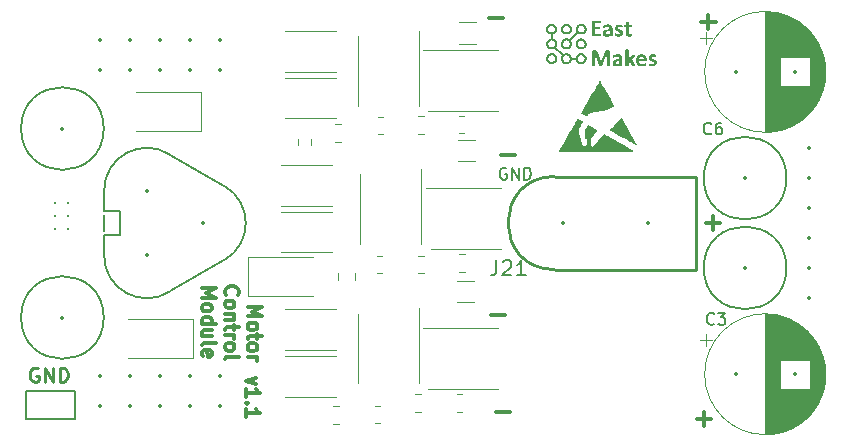
<source format=gbr>
%TF.GenerationSoftware,KiCad,Pcbnew,8.0.1*%
%TF.CreationDate,2024-08-04T15:08:53+01:00*%
%TF.ProjectId,driver_module,64726976-6572-45f6-9d6f-64756c652e6b,1*%
%TF.SameCoordinates,Original*%
%TF.FileFunction,Legend,Top*%
%TF.FilePolarity,Positive*%
%FSLAX46Y46*%
G04 Gerber Fmt 4.6, Leading zero omitted, Abs format (unit mm)*
G04 Created by KiCad (PCBNEW 8.0.1) date 2024-08-04 15:08:53*
%MOMM*%
%LPD*%
G01*
G04 APERTURE LIST*
%ADD10C,0.300000*%
%ADD11C,0.150000*%
%ADD12C,0.250000*%
%ADD13C,0.010000*%
%ADD14C,0.187499*%
%ADD15C,0.000000*%
%ADD16C,0.120000*%
%ADD17C,0.254000*%
%ADD18C,0.200000*%
%ADD19C,0.350000*%
%ADD20C,0.300000*%
G04 APERTURE END LIST*
D10*
X172600000Y-99400000D02*
X172600000Y-100600000D01*
X171200000Y-116600000D02*
X172400000Y-116600000D01*
X154600000Y-94200000D02*
X155800000Y-94200000D01*
X172200000Y-82400000D02*
X172200000Y-83600000D01*
X172000000Y-100000000D02*
X173200000Y-100000000D01*
X153800000Y-107800000D02*
X155000000Y-107800000D01*
X153600000Y-82600000D02*
X154800000Y-82600000D01*
X154200000Y-116000000D02*
X155400000Y-116000000D01*
X171600000Y-83000000D02*
X172800000Y-83000000D01*
X171800000Y-116000000D02*
X171800000Y-117200000D01*
X133192390Y-107114286D02*
X134392390Y-107114286D01*
X134392390Y-107114286D02*
X133535247Y-107514286D01*
X133535247Y-107514286D02*
X134392390Y-107914286D01*
X134392390Y-107914286D02*
X133192390Y-107914286D01*
X133192390Y-108657143D02*
X133249533Y-108542858D01*
X133249533Y-108542858D02*
X133306675Y-108485715D01*
X133306675Y-108485715D02*
X133420961Y-108428572D01*
X133420961Y-108428572D02*
X133763818Y-108428572D01*
X133763818Y-108428572D02*
X133878104Y-108485715D01*
X133878104Y-108485715D02*
X133935247Y-108542858D01*
X133935247Y-108542858D02*
X133992390Y-108657143D01*
X133992390Y-108657143D02*
X133992390Y-108828572D01*
X133992390Y-108828572D02*
X133935247Y-108942858D01*
X133935247Y-108942858D02*
X133878104Y-109000001D01*
X133878104Y-109000001D02*
X133763818Y-109057143D01*
X133763818Y-109057143D02*
X133420961Y-109057143D01*
X133420961Y-109057143D02*
X133306675Y-109000001D01*
X133306675Y-109000001D02*
X133249533Y-108942858D01*
X133249533Y-108942858D02*
X133192390Y-108828572D01*
X133192390Y-108828572D02*
X133192390Y-108657143D01*
X133992390Y-109400000D02*
X133992390Y-109857143D01*
X134392390Y-109571429D02*
X133363818Y-109571429D01*
X133363818Y-109571429D02*
X133249533Y-109628572D01*
X133249533Y-109628572D02*
X133192390Y-109742857D01*
X133192390Y-109742857D02*
X133192390Y-109857143D01*
X133192390Y-110428571D02*
X133249533Y-110314286D01*
X133249533Y-110314286D02*
X133306675Y-110257143D01*
X133306675Y-110257143D02*
X133420961Y-110200000D01*
X133420961Y-110200000D02*
X133763818Y-110200000D01*
X133763818Y-110200000D02*
X133878104Y-110257143D01*
X133878104Y-110257143D02*
X133935247Y-110314286D01*
X133935247Y-110314286D02*
X133992390Y-110428571D01*
X133992390Y-110428571D02*
X133992390Y-110600000D01*
X133992390Y-110600000D02*
X133935247Y-110714286D01*
X133935247Y-110714286D02*
X133878104Y-110771429D01*
X133878104Y-110771429D02*
X133763818Y-110828571D01*
X133763818Y-110828571D02*
X133420961Y-110828571D01*
X133420961Y-110828571D02*
X133306675Y-110771429D01*
X133306675Y-110771429D02*
X133249533Y-110714286D01*
X133249533Y-110714286D02*
X133192390Y-110600000D01*
X133192390Y-110600000D02*
X133192390Y-110428571D01*
X133192390Y-111342857D02*
X133992390Y-111342857D01*
X133763818Y-111342857D02*
X133878104Y-111400000D01*
X133878104Y-111400000D02*
X133935247Y-111457143D01*
X133935247Y-111457143D02*
X133992390Y-111571428D01*
X133992390Y-111571428D02*
X133992390Y-111685714D01*
X131374742Y-106114286D02*
X131317600Y-106057143D01*
X131317600Y-106057143D02*
X131260457Y-105885715D01*
X131260457Y-105885715D02*
X131260457Y-105771429D01*
X131260457Y-105771429D02*
X131317600Y-105600000D01*
X131317600Y-105600000D02*
X131431885Y-105485715D01*
X131431885Y-105485715D02*
X131546171Y-105428572D01*
X131546171Y-105428572D02*
X131774742Y-105371429D01*
X131774742Y-105371429D02*
X131946171Y-105371429D01*
X131946171Y-105371429D02*
X132174742Y-105428572D01*
X132174742Y-105428572D02*
X132289028Y-105485715D01*
X132289028Y-105485715D02*
X132403314Y-105600000D01*
X132403314Y-105600000D02*
X132460457Y-105771429D01*
X132460457Y-105771429D02*
X132460457Y-105885715D01*
X132460457Y-105885715D02*
X132403314Y-106057143D01*
X132403314Y-106057143D02*
X132346171Y-106114286D01*
X131260457Y-106800000D02*
X131317600Y-106685715D01*
X131317600Y-106685715D02*
X131374742Y-106628572D01*
X131374742Y-106628572D02*
X131489028Y-106571429D01*
X131489028Y-106571429D02*
X131831885Y-106571429D01*
X131831885Y-106571429D02*
X131946171Y-106628572D01*
X131946171Y-106628572D02*
X132003314Y-106685715D01*
X132003314Y-106685715D02*
X132060457Y-106800000D01*
X132060457Y-106800000D02*
X132060457Y-106971429D01*
X132060457Y-106971429D02*
X132003314Y-107085715D01*
X132003314Y-107085715D02*
X131946171Y-107142858D01*
X131946171Y-107142858D02*
X131831885Y-107200000D01*
X131831885Y-107200000D02*
X131489028Y-107200000D01*
X131489028Y-107200000D02*
X131374742Y-107142858D01*
X131374742Y-107142858D02*
X131317600Y-107085715D01*
X131317600Y-107085715D02*
X131260457Y-106971429D01*
X131260457Y-106971429D02*
X131260457Y-106800000D01*
X132060457Y-107714286D02*
X131260457Y-107714286D01*
X131946171Y-107714286D02*
X132003314Y-107771429D01*
X132003314Y-107771429D02*
X132060457Y-107885714D01*
X132060457Y-107885714D02*
X132060457Y-108057143D01*
X132060457Y-108057143D02*
X132003314Y-108171429D01*
X132003314Y-108171429D02*
X131889028Y-108228572D01*
X131889028Y-108228572D02*
X131260457Y-108228572D01*
X132060457Y-108628571D02*
X132060457Y-109085714D01*
X132460457Y-108800000D02*
X131431885Y-108800000D01*
X131431885Y-108800000D02*
X131317600Y-108857143D01*
X131317600Y-108857143D02*
X131260457Y-108971428D01*
X131260457Y-108971428D02*
X131260457Y-109085714D01*
X131260457Y-109485714D02*
X132060457Y-109485714D01*
X131831885Y-109485714D02*
X131946171Y-109542857D01*
X131946171Y-109542857D02*
X132003314Y-109600000D01*
X132003314Y-109600000D02*
X132060457Y-109714285D01*
X132060457Y-109714285D02*
X132060457Y-109828571D01*
X131260457Y-110399999D02*
X131317600Y-110285714D01*
X131317600Y-110285714D02*
X131374742Y-110228571D01*
X131374742Y-110228571D02*
X131489028Y-110171428D01*
X131489028Y-110171428D02*
X131831885Y-110171428D01*
X131831885Y-110171428D02*
X131946171Y-110228571D01*
X131946171Y-110228571D02*
X132003314Y-110285714D01*
X132003314Y-110285714D02*
X132060457Y-110399999D01*
X132060457Y-110399999D02*
X132060457Y-110571428D01*
X132060457Y-110571428D02*
X132003314Y-110685714D01*
X132003314Y-110685714D02*
X131946171Y-110742857D01*
X131946171Y-110742857D02*
X131831885Y-110799999D01*
X131831885Y-110799999D02*
X131489028Y-110799999D01*
X131489028Y-110799999D02*
X131374742Y-110742857D01*
X131374742Y-110742857D02*
X131317600Y-110685714D01*
X131317600Y-110685714D02*
X131260457Y-110571428D01*
X131260457Y-110571428D02*
X131260457Y-110399999D01*
X131260457Y-111485713D02*
X131317600Y-111371428D01*
X131317600Y-111371428D02*
X131431885Y-111314285D01*
X131431885Y-111314285D02*
X132460457Y-111314285D01*
X129328524Y-105542858D02*
X130528524Y-105542858D01*
X130528524Y-105542858D02*
X129671381Y-105942858D01*
X129671381Y-105942858D02*
X130528524Y-106342858D01*
X130528524Y-106342858D02*
X129328524Y-106342858D01*
X129328524Y-107085715D02*
X129385667Y-106971430D01*
X129385667Y-106971430D02*
X129442809Y-106914287D01*
X129442809Y-106914287D02*
X129557095Y-106857144D01*
X129557095Y-106857144D02*
X129899952Y-106857144D01*
X129899952Y-106857144D02*
X130014238Y-106914287D01*
X130014238Y-106914287D02*
X130071381Y-106971430D01*
X130071381Y-106971430D02*
X130128524Y-107085715D01*
X130128524Y-107085715D02*
X130128524Y-107257144D01*
X130128524Y-107257144D02*
X130071381Y-107371430D01*
X130071381Y-107371430D02*
X130014238Y-107428573D01*
X130014238Y-107428573D02*
X129899952Y-107485715D01*
X129899952Y-107485715D02*
X129557095Y-107485715D01*
X129557095Y-107485715D02*
X129442809Y-107428573D01*
X129442809Y-107428573D02*
X129385667Y-107371430D01*
X129385667Y-107371430D02*
X129328524Y-107257144D01*
X129328524Y-107257144D02*
X129328524Y-107085715D01*
X129328524Y-108514287D02*
X130528524Y-108514287D01*
X129385667Y-108514287D02*
X129328524Y-108400001D01*
X129328524Y-108400001D02*
X129328524Y-108171429D01*
X129328524Y-108171429D02*
X129385667Y-108057144D01*
X129385667Y-108057144D02*
X129442809Y-108000001D01*
X129442809Y-108000001D02*
X129557095Y-107942858D01*
X129557095Y-107942858D02*
X129899952Y-107942858D01*
X129899952Y-107942858D02*
X130014238Y-108000001D01*
X130014238Y-108000001D02*
X130071381Y-108057144D01*
X130071381Y-108057144D02*
X130128524Y-108171429D01*
X130128524Y-108171429D02*
X130128524Y-108400001D01*
X130128524Y-108400001D02*
X130071381Y-108514287D01*
X130128524Y-109600001D02*
X129328524Y-109600001D01*
X130128524Y-109085715D02*
X129499952Y-109085715D01*
X129499952Y-109085715D02*
X129385667Y-109142858D01*
X129385667Y-109142858D02*
X129328524Y-109257143D01*
X129328524Y-109257143D02*
X129328524Y-109428572D01*
X129328524Y-109428572D02*
X129385667Y-109542858D01*
X129385667Y-109542858D02*
X129442809Y-109600001D01*
X129328524Y-110342857D02*
X129385667Y-110228572D01*
X129385667Y-110228572D02*
X129499952Y-110171429D01*
X129499952Y-110171429D02*
X130528524Y-110171429D01*
X129385667Y-111257143D02*
X129328524Y-111142857D01*
X129328524Y-111142857D02*
X129328524Y-110914286D01*
X129328524Y-110914286D02*
X129385667Y-110800000D01*
X129385667Y-110800000D02*
X129499952Y-110742857D01*
X129499952Y-110742857D02*
X129957095Y-110742857D01*
X129957095Y-110742857D02*
X130071381Y-110800000D01*
X130071381Y-110800000D02*
X130128524Y-110914286D01*
X130128524Y-110914286D02*
X130128524Y-111142857D01*
X130128524Y-111142857D02*
X130071381Y-111257143D01*
X130071381Y-111257143D02*
X129957095Y-111314286D01*
X129957095Y-111314286D02*
X129842809Y-111314286D01*
X129842809Y-111314286D02*
X129728524Y-110742857D01*
D11*
X155085588Y-95367438D02*
X154990350Y-95319819D01*
X154990350Y-95319819D02*
X154847493Y-95319819D01*
X154847493Y-95319819D02*
X154704636Y-95367438D01*
X154704636Y-95367438D02*
X154609398Y-95462676D01*
X154609398Y-95462676D02*
X154561779Y-95557914D01*
X154561779Y-95557914D02*
X154514160Y-95748390D01*
X154514160Y-95748390D02*
X154514160Y-95891247D01*
X154514160Y-95891247D02*
X154561779Y-96081723D01*
X154561779Y-96081723D02*
X154609398Y-96176961D01*
X154609398Y-96176961D02*
X154704636Y-96272200D01*
X154704636Y-96272200D02*
X154847493Y-96319819D01*
X154847493Y-96319819D02*
X154942731Y-96319819D01*
X154942731Y-96319819D02*
X155085588Y-96272200D01*
X155085588Y-96272200D02*
X155133207Y-96224580D01*
X155133207Y-96224580D02*
X155133207Y-95891247D01*
X155133207Y-95891247D02*
X154942731Y-95891247D01*
X155561779Y-96319819D02*
X155561779Y-95319819D01*
X155561779Y-95319819D02*
X156133207Y-96319819D01*
X156133207Y-96319819D02*
X156133207Y-95319819D01*
X156609398Y-96319819D02*
X156609398Y-95319819D01*
X156609398Y-95319819D02*
X156847493Y-95319819D01*
X156847493Y-95319819D02*
X156990350Y-95367438D01*
X156990350Y-95367438D02*
X157085588Y-95462676D01*
X157085588Y-95462676D02*
X157133207Y-95557914D01*
X157133207Y-95557914D02*
X157180826Y-95748390D01*
X157180826Y-95748390D02*
X157180826Y-95891247D01*
X157180826Y-95891247D02*
X157133207Y-96081723D01*
X157133207Y-96081723D02*
X157085588Y-96176961D01*
X157085588Y-96176961D02*
X156990350Y-96272200D01*
X156990350Y-96272200D02*
X156847493Y-96319819D01*
X156847493Y-96319819D02*
X156609398Y-96319819D01*
D12*
X115428758Y-112297285D02*
X115314473Y-112240142D01*
X115314473Y-112240142D02*
X115143044Y-112240142D01*
X115143044Y-112240142D02*
X114971615Y-112297285D01*
X114971615Y-112297285D02*
X114857330Y-112411571D01*
X114857330Y-112411571D02*
X114800187Y-112525857D01*
X114800187Y-112525857D02*
X114743044Y-112754428D01*
X114743044Y-112754428D02*
X114743044Y-112925857D01*
X114743044Y-112925857D02*
X114800187Y-113154428D01*
X114800187Y-113154428D02*
X114857330Y-113268714D01*
X114857330Y-113268714D02*
X114971615Y-113383000D01*
X114971615Y-113383000D02*
X115143044Y-113440142D01*
X115143044Y-113440142D02*
X115257330Y-113440142D01*
X115257330Y-113440142D02*
X115428758Y-113383000D01*
X115428758Y-113383000D02*
X115485901Y-113325857D01*
X115485901Y-113325857D02*
X115485901Y-112925857D01*
X115485901Y-112925857D02*
X115257330Y-112925857D01*
X116000187Y-113440142D02*
X116000187Y-112240142D01*
X116000187Y-112240142D02*
X116685901Y-113440142D01*
X116685901Y-113440142D02*
X116685901Y-112240142D01*
X117257330Y-113440142D02*
X117257330Y-112240142D01*
X117257330Y-112240142D02*
X117543044Y-112240142D01*
X117543044Y-112240142D02*
X117714473Y-112297285D01*
X117714473Y-112297285D02*
X117828758Y-112411571D01*
X117828758Y-112411571D02*
X117885901Y-112525857D01*
X117885901Y-112525857D02*
X117943044Y-112754428D01*
X117943044Y-112754428D02*
X117943044Y-112925857D01*
X117943044Y-112925857D02*
X117885901Y-113154428D01*
X117885901Y-113154428D02*
X117828758Y-113268714D01*
X117828758Y-113268714D02*
X117714473Y-113383000D01*
X117714473Y-113383000D02*
X117543044Y-113440142D01*
X117543044Y-113440142D02*
X117257330Y-113440142D01*
D10*
X133860457Y-113085714D02*
X133060457Y-113371428D01*
X133060457Y-113371428D02*
X133860457Y-113657143D01*
X133060457Y-114742857D02*
X133060457Y-114057143D01*
X133060457Y-114400000D02*
X134260457Y-114400000D01*
X134260457Y-114400000D02*
X134089028Y-114285714D01*
X134089028Y-114285714D02*
X133974742Y-114171429D01*
X133974742Y-114171429D02*
X133917600Y-114057143D01*
X133174742Y-115257143D02*
X133117600Y-115314286D01*
X133117600Y-115314286D02*
X133060457Y-115257143D01*
X133060457Y-115257143D02*
X133117600Y-115200000D01*
X133117600Y-115200000D02*
X133174742Y-115257143D01*
X133174742Y-115257143D02*
X133060457Y-115257143D01*
X133060457Y-116457143D02*
X133060457Y-115771429D01*
X133060457Y-116114286D02*
X134260457Y-116114286D01*
X134260457Y-116114286D02*
X134089028Y-116000000D01*
X134089028Y-116000000D02*
X133974742Y-115885715D01*
X133974742Y-115885715D02*
X133917600Y-115771429D01*
D11*
X172433333Y-92409580D02*
X172385714Y-92457200D01*
X172385714Y-92457200D02*
X172242857Y-92504819D01*
X172242857Y-92504819D02*
X172147619Y-92504819D01*
X172147619Y-92504819D02*
X172004762Y-92457200D01*
X172004762Y-92457200D02*
X171909524Y-92361961D01*
X171909524Y-92361961D02*
X171861905Y-92266723D01*
X171861905Y-92266723D02*
X171814286Y-92076247D01*
X171814286Y-92076247D02*
X171814286Y-91933390D01*
X171814286Y-91933390D02*
X171861905Y-91742914D01*
X171861905Y-91742914D02*
X171909524Y-91647676D01*
X171909524Y-91647676D02*
X172004762Y-91552438D01*
X172004762Y-91552438D02*
X172147619Y-91504819D01*
X172147619Y-91504819D02*
X172242857Y-91504819D01*
X172242857Y-91504819D02*
X172385714Y-91552438D01*
X172385714Y-91552438D02*
X172433333Y-91600057D01*
X173290476Y-91504819D02*
X173100000Y-91504819D01*
X173100000Y-91504819D02*
X173004762Y-91552438D01*
X173004762Y-91552438D02*
X172957143Y-91600057D01*
X172957143Y-91600057D02*
X172861905Y-91742914D01*
X172861905Y-91742914D02*
X172814286Y-91933390D01*
X172814286Y-91933390D02*
X172814286Y-92314342D01*
X172814286Y-92314342D02*
X172861905Y-92409580D01*
X172861905Y-92409580D02*
X172909524Y-92457200D01*
X172909524Y-92457200D02*
X173004762Y-92504819D01*
X173004762Y-92504819D02*
X173195238Y-92504819D01*
X173195238Y-92504819D02*
X173290476Y-92457200D01*
X173290476Y-92457200D02*
X173338095Y-92409580D01*
X173338095Y-92409580D02*
X173385714Y-92314342D01*
X173385714Y-92314342D02*
X173385714Y-92076247D01*
X173385714Y-92076247D02*
X173338095Y-91981009D01*
X173338095Y-91981009D02*
X173290476Y-91933390D01*
X173290476Y-91933390D02*
X173195238Y-91885771D01*
X173195238Y-91885771D02*
X173004762Y-91885771D01*
X173004762Y-91885771D02*
X172909524Y-91933390D01*
X172909524Y-91933390D02*
X172861905Y-91981009D01*
X172861905Y-91981009D02*
X172814286Y-92076247D01*
X154246905Y-103159726D02*
X154246905Y-104066869D01*
X154246905Y-104066869D02*
X154186428Y-104248297D01*
X154186428Y-104248297D02*
X154065476Y-104369250D01*
X154065476Y-104369250D02*
X153884047Y-104429726D01*
X153884047Y-104429726D02*
X153763095Y-104429726D01*
X154791190Y-103280678D02*
X154851666Y-103220202D01*
X154851666Y-103220202D02*
X154972619Y-103159726D01*
X154972619Y-103159726D02*
X155275000Y-103159726D01*
X155275000Y-103159726D02*
X155395952Y-103220202D01*
X155395952Y-103220202D02*
X155456428Y-103280678D01*
X155456428Y-103280678D02*
X155516905Y-103401630D01*
X155516905Y-103401630D02*
X155516905Y-103522583D01*
X155516905Y-103522583D02*
X155456428Y-103704011D01*
X155456428Y-103704011D02*
X154730714Y-104429726D01*
X154730714Y-104429726D02*
X155516905Y-104429726D01*
X156726429Y-104429726D02*
X156000714Y-104429726D01*
X156363571Y-104429726D02*
X156363571Y-103159726D01*
X156363571Y-103159726D02*
X156242619Y-103341154D01*
X156242619Y-103341154D02*
X156121667Y-103462107D01*
X156121667Y-103462107D02*
X156000714Y-103522583D01*
X172683333Y-108509580D02*
X172635714Y-108557200D01*
X172635714Y-108557200D02*
X172492857Y-108604819D01*
X172492857Y-108604819D02*
X172397619Y-108604819D01*
X172397619Y-108604819D02*
X172254762Y-108557200D01*
X172254762Y-108557200D02*
X172159524Y-108461961D01*
X172159524Y-108461961D02*
X172111905Y-108366723D01*
X172111905Y-108366723D02*
X172064286Y-108176247D01*
X172064286Y-108176247D02*
X172064286Y-108033390D01*
X172064286Y-108033390D02*
X172111905Y-107842914D01*
X172111905Y-107842914D02*
X172159524Y-107747676D01*
X172159524Y-107747676D02*
X172254762Y-107652438D01*
X172254762Y-107652438D02*
X172397619Y-107604819D01*
X172397619Y-107604819D02*
X172492857Y-107604819D01*
X172492857Y-107604819D02*
X172635714Y-107652438D01*
X172635714Y-107652438D02*
X172683333Y-107700057D01*
X173016667Y-107604819D02*
X173635714Y-107604819D01*
X173635714Y-107604819D02*
X173302381Y-107985771D01*
X173302381Y-107985771D02*
X173445238Y-107985771D01*
X173445238Y-107985771D02*
X173540476Y-108033390D01*
X173540476Y-108033390D02*
X173588095Y-108081009D01*
X173588095Y-108081009D02*
X173635714Y-108176247D01*
X173635714Y-108176247D02*
X173635714Y-108414342D01*
X173635714Y-108414342D02*
X173588095Y-108509580D01*
X173588095Y-108509580D02*
X173540476Y-108557200D01*
X173540476Y-108557200D02*
X173445238Y-108604819D01*
X173445238Y-108604819D02*
X173159524Y-108604819D01*
X173159524Y-108604819D02*
X173064286Y-108557200D01*
X173064286Y-108557200D02*
X173016667Y-108509580D01*
D13*
%TO.C,REF\u002A\u002A*%
X164801528Y-91166619D02*
X164812908Y-91185693D01*
X164838488Y-91229421D01*
X164877002Y-91295619D01*
X164927186Y-91382102D01*
X164987775Y-91486685D01*
X165057503Y-91607183D01*
X165135107Y-91741412D01*
X165219320Y-91887187D01*
X165308879Y-92042323D01*
X165400998Y-92202000D01*
X165495076Y-92365117D01*
X165585402Y-92521709D01*
X165670665Y-92669506D01*
X165749557Y-92806240D01*
X165820769Y-92929642D01*
X165882991Y-93037444D01*
X165934913Y-93127377D01*
X165975228Y-93197173D01*
X166002624Y-93244564D01*
X166015507Y-93266786D01*
X166036507Y-93304330D01*
X166047925Y-93327831D01*
X166048551Y-93331920D01*
X166034636Y-93324242D01*
X165995941Y-93302203D01*
X165934487Y-93266971D01*
X165852298Y-93219711D01*
X165751396Y-93161589D01*
X165633805Y-93093771D01*
X165501546Y-93017424D01*
X165356642Y-92933714D01*
X165201117Y-92843806D01*
X165036992Y-92748867D01*
X164974549Y-92712732D01*
X164807487Y-92616083D01*
X164648074Y-92523938D01*
X164498355Y-92437475D01*
X164360376Y-92357871D01*
X164236185Y-92286305D01*
X164127827Y-92223955D01*
X164037348Y-92171998D01*
X163966796Y-92131613D01*
X163918215Y-92103978D01*
X163893654Y-92090272D01*
X163891085Y-92088974D01*
X163898569Y-92077220D01*
X163924614Y-92045795D01*
X163966559Y-91997594D01*
X164021746Y-91935510D01*
X164087517Y-91862439D01*
X164161212Y-91781276D01*
X164240173Y-91694916D01*
X164321740Y-91606253D01*
X164403254Y-91518182D01*
X164482057Y-91433599D01*
X164555490Y-91355397D01*
X164620893Y-91286472D01*
X164675608Y-91229719D01*
X164716977Y-91188032D01*
X164731164Y-91174363D01*
X164778180Y-91130201D01*
X164801528Y-91166619D01*
G36*
X164801528Y-91166619D02*
G01*
X164812908Y-91185693D01*
X164838488Y-91229421D01*
X164877002Y-91295619D01*
X164927186Y-91382102D01*
X164987775Y-91486685D01*
X165057503Y-91607183D01*
X165135107Y-91741412D01*
X165219320Y-91887187D01*
X165308879Y-92042323D01*
X165400998Y-92202000D01*
X165495076Y-92365117D01*
X165585402Y-92521709D01*
X165670665Y-92669506D01*
X165749557Y-92806240D01*
X165820769Y-92929642D01*
X165882991Y-93037444D01*
X165934913Y-93127377D01*
X165975228Y-93197173D01*
X166002624Y-93244564D01*
X166015507Y-93266786D01*
X166036507Y-93304330D01*
X166047925Y-93327831D01*
X166048551Y-93331920D01*
X166034636Y-93324242D01*
X165995941Y-93302203D01*
X165934487Y-93266971D01*
X165852298Y-93219711D01*
X165751396Y-93161589D01*
X165633805Y-93093771D01*
X165501546Y-93017424D01*
X165356642Y-92933714D01*
X165201117Y-92843806D01*
X165036992Y-92748867D01*
X164974549Y-92712732D01*
X164807487Y-92616083D01*
X164648074Y-92523938D01*
X164498355Y-92437475D01*
X164360376Y-92357871D01*
X164236185Y-92286305D01*
X164127827Y-92223955D01*
X164037348Y-92171998D01*
X163966796Y-92131613D01*
X163918215Y-92103978D01*
X163893654Y-92090272D01*
X163891085Y-92088974D01*
X163898569Y-92077220D01*
X163924614Y-92045795D01*
X163966559Y-91997594D01*
X164021746Y-91935510D01*
X164087517Y-91862439D01*
X164161212Y-91781276D01*
X164240173Y-91694916D01*
X164321740Y-91606253D01*
X164403254Y-91518182D01*
X164482057Y-91433599D01*
X164555490Y-91355397D01*
X164620893Y-91286472D01*
X164675608Y-91229719D01*
X164716977Y-91188032D01*
X164731164Y-91174363D01*
X164778180Y-91130201D01*
X164801528Y-91166619D01*
G37*
X162978043Y-88017835D02*
X163001065Y-88055245D01*
X163036534Y-88114514D01*
X163082996Y-88193118D01*
X163138996Y-88288538D01*
X163203081Y-88398250D01*
X163273796Y-88519734D01*
X163349687Y-88650468D01*
X163429299Y-88787930D01*
X163511178Y-88929598D01*
X163593870Y-89072951D01*
X163675921Y-89215467D01*
X163755876Y-89354624D01*
X163832281Y-89487901D01*
X163903682Y-89612776D01*
X163968624Y-89726727D01*
X164025653Y-89827233D01*
X164073315Y-89911772D01*
X164110155Y-89977822D01*
X164134720Y-90022862D01*
X164145554Y-90044370D01*
X164145951Y-90045714D01*
X164132501Y-90063965D01*
X164095114Y-90091882D01*
X164038235Y-90126725D01*
X163966312Y-90165754D01*
X163891015Y-90202843D01*
X163788560Y-90247817D01*
X163680817Y-90288226D01*
X163564073Y-90324969D01*
X163434618Y-90358942D01*
X163288740Y-90391044D01*
X163122726Y-90422173D01*
X162932866Y-90453227D01*
X162736469Y-90482145D01*
X162565834Y-90507800D01*
X162422545Y-90533198D01*
X162303008Y-90559602D01*
X162203630Y-90588273D01*
X162120818Y-90620473D01*
X162050978Y-90657465D01*
X161990518Y-90700512D01*
X161935845Y-90750875D01*
X161918214Y-90769583D01*
X161880000Y-90813139D01*
X161851732Y-90848682D01*
X161838618Y-90869583D01*
X161838268Y-90871297D01*
X161833680Y-90881806D01*
X161817758Y-90881924D01*
X161787266Y-90870254D01*
X161738968Y-90845396D01*
X161669627Y-90805952D01*
X161621439Y-90777587D01*
X161549583Y-90733247D01*
X161493742Y-90695279D01*
X161457667Y-90666416D01*
X161445113Y-90649388D01*
X161445121Y-90649264D01*
X161452906Y-90633037D01*
X161474892Y-90592400D01*
X161509803Y-90529567D01*
X161556363Y-90446752D01*
X161613295Y-90346172D01*
X161679323Y-90230040D01*
X161753172Y-90100571D01*
X161833564Y-89959980D01*
X161919224Y-89810482D01*
X162008876Y-89654292D01*
X162101243Y-89493624D01*
X162195049Y-89330693D01*
X162289018Y-89167713D01*
X162381874Y-89006900D01*
X162472340Y-88850468D01*
X162559141Y-88700633D01*
X162641000Y-88559608D01*
X162716641Y-88429609D01*
X162784787Y-88312849D01*
X162844163Y-88211545D01*
X162893493Y-88127911D01*
X162931500Y-88064162D01*
X162956907Y-88022511D01*
X162968440Y-88005175D01*
X162968923Y-88004805D01*
X162978043Y-88017835D01*
G36*
X162978043Y-88017835D02*
G01*
X163001065Y-88055245D01*
X163036534Y-88114514D01*
X163082996Y-88193118D01*
X163138996Y-88288538D01*
X163203081Y-88398250D01*
X163273796Y-88519734D01*
X163349687Y-88650468D01*
X163429299Y-88787930D01*
X163511178Y-88929598D01*
X163593870Y-89072951D01*
X163675921Y-89215467D01*
X163755876Y-89354624D01*
X163832281Y-89487901D01*
X163903682Y-89612776D01*
X163968624Y-89726727D01*
X164025653Y-89827233D01*
X164073315Y-89911772D01*
X164110155Y-89977822D01*
X164134720Y-90022862D01*
X164145554Y-90044370D01*
X164145951Y-90045714D01*
X164132501Y-90063965D01*
X164095114Y-90091882D01*
X164038235Y-90126725D01*
X163966312Y-90165754D01*
X163891015Y-90202843D01*
X163788560Y-90247817D01*
X163680817Y-90288226D01*
X163564073Y-90324969D01*
X163434618Y-90358942D01*
X163288740Y-90391044D01*
X163122726Y-90422173D01*
X162932866Y-90453227D01*
X162736469Y-90482145D01*
X162565834Y-90507800D01*
X162422545Y-90533198D01*
X162303008Y-90559602D01*
X162203630Y-90588273D01*
X162120818Y-90620473D01*
X162050978Y-90657465D01*
X161990518Y-90700512D01*
X161935845Y-90750875D01*
X161918214Y-90769583D01*
X161880000Y-90813139D01*
X161851732Y-90848682D01*
X161838618Y-90869583D01*
X161838268Y-90871297D01*
X161833680Y-90881806D01*
X161817758Y-90881924D01*
X161787266Y-90870254D01*
X161738968Y-90845396D01*
X161669627Y-90805952D01*
X161621439Y-90777587D01*
X161549583Y-90733247D01*
X161493742Y-90695279D01*
X161457667Y-90666416D01*
X161445113Y-90649388D01*
X161445121Y-90649264D01*
X161452906Y-90633037D01*
X161474892Y-90592400D01*
X161509803Y-90529567D01*
X161556363Y-90446752D01*
X161613295Y-90346172D01*
X161679323Y-90230040D01*
X161753172Y-90100571D01*
X161833564Y-89959980D01*
X161919224Y-89810482D01*
X162008876Y-89654292D01*
X162101243Y-89493624D01*
X162195049Y-89330693D01*
X162289018Y-89167713D01*
X162381874Y-89006900D01*
X162472340Y-88850468D01*
X162559141Y-88700633D01*
X162641000Y-88559608D01*
X162716641Y-88429609D01*
X162784787Y-88312849D01*
X162844163Y-88211545D01*
X162893493Y-88127911D01*
X162931500Y-88064162D01*
X162956907Y-88022511D01*
X162968440Y-88005175D01*
X162968923Y-88004805D01*
X162978043Y-88017835D01*
G37*
X161136094Y-91223158D02*
X161168619Y-91235736D01*
X161218193Y-91260712D01*
X161289374Y-91299876D01*
X161294916Y-91302988D01*
X161360474Y-91340476D01*
X161415798Y-91373319D01*
X161455455Y-91398205D01*
X161474012Y-91411820D01*
X161474531Y-91412487D01*
X161470048Y-91431390D01*
X161449486Y-91473605D01*
X161414183Y-91536832D01*
X161365480Y-91618772D01*
X161304718Y-91717122D01*
X161233236Y-91829585D01*
X161215445Y-91857165D01*
X161169093Y-91933699D01*
X161135342Y-91999556D01*
X161117153Y-92048782D01*
X161115286Y-92058507D01*
X161116115Y-92101312D01*
X161125394Y-92169209D01*
X161141968Y-92257843D01*
X161164680Y-92362859D01*
X161192373Y-92479902D01*
X161223890Y-92604616D01*
X161258075Y-92732645D01*
X161293771Y-92859634D01*
X161329821Y-92981228D01*
X161365068Y-93093072D01*
X161398356Y-93190810D01*
X161428528Y-93270087D01*
X161449561Y-93317122D01*
X161474337Y-93367225D01*
X161497730Y-93415168D01*
X161498997Y-93417793D01*
X161537699Y-93466220D01*
X161594184Y-93498828D01*
X161659939Y-93514454D01*
X161726451Y-93511937D01*
X161785205Y-93490114D01*
X161818258Y-93461382D01*
X161865859Y-93382583D01*
X161900739Y-93284378D01*
X161919877Y-93176779D01*
X161922588Y-93115780D01*
X161911670Y-93001935D01*
X161879624Y-92907660D01*
X161824726Y-92828379D01*
X161807607Y-92810733D01*
X161756661Y-92761235D01*
X161753163Y-92411362D01*
X161749664Y-92061489D01*
X161838818Y-91926531D01*
X161880654Y-91865445D01*
X161920945Y-91810493D01*
X161953943Y-91769336D01*
X161968126Y-91754192D01*
X162008281Y-91716810D01*
X162062665Y-91746098D01*
X162097039Y-91767084D01*
X162115846Y-91783378D01*
X162117049Y-91786307D01*
X162129903Y-91798728D01*
X162151896Y-91807977D01*
X162173150Y-91816313D01*
X162205694Y-91832149D01*
X162252322Y-91857033D01*
X162315829Y-91892509D01*
X162399008Y-91940123D01*
X162504653Y-92001422D01*
X162562062Y-92034932D01*
X162629594Y-92075071D01*
X162673885Y-92103659D01*
X162698855Y-92124039D01*
X162708423Y-92139553D01*
X162706508Y-92153546D01*
X162704911Y-92156796D01*
X162689376Y-92177266D01*
X162656136Y-92215665D01*
X162609062Y-92267696D01*
X162552028Y-92329066D01*
X162502700Y-92381090D01*
X162389030Y-92504567D01*
X162300105Y-92611591D01*
X162235134Y-92703240D01*
X162193321Y-92780588D01*
X162179217Y-92819866D01*
X162173392Y-92854249D01*
X162167375Y-92912899D01*
X162161696Y-92989117D01*
X162156884Y-93076202D01*
X162154619Y-93131268D01*
X162151459Y-93226464D01*
X162150069Y-93296062D01*
X162150858Y-93345409D01*
X162154235Y-93379854D01*
X162160608Y-93404743D01*
X162170387Y-93425425D01*
X162178067Y-93438053D01*
X162222421Y-93486726D01*
X162279574Y-93520645D01*
X162339708Y-93535438D01*
X162384773Y-93530086D01*
X162425576Y-93506930D01*
X162476724Y-93465462D01*
X162531042Y-93412912D01*
X162581357Y-93356516D01*
X162620494Y-93303505D01*
X162634905Y-93277889D01*
X162656491Y-93242814D01*
X162695753Y-93189389D01*
X162749102Y-93121789D01*
X162812952Y-93044190D01*
X162883715Y-92960768D01*
X162957804Y-92875698D01*
X163031632Y-92793155D01*
X163101611Y-92717316D01*
X163164155Y-92652356D01*
X163213260Y-92604669D01*
X163267779Y-92557032D01*
X163313642Y-92521908D01*
X163345811Y-92502949D01*
X163356489Y-92500864D01*
X163372853Y-92509274D01*
X163413671Y-92531846D01*
X163476586Y-92567224D01*
X163559244Y-92614054D01*
X163659289Y-92670981D01*
X163774366Y-92736649D01*
X163902119Y-92809703D01*
X164040194Y-92888788D01*
X164186234Y-92972548D01*
X164337884Y-93059629D01*
X164492790Y-93148676D01*
X164648595Y-93238332D01*
X164802944Y-93327243D01*
X164953482Y-93414054D01*
X165097854Y-93497409D01*
X165233704Y-93575954D01*
X165358677Y-93648333D01*
X165470417Y-93713190D01*
X165566570Y-93769171D01*
X165644779Y-93814920D01*
X165702689Y-93849083D01*
X165737946Y-93870304D01*
X165748165Y-93876963D01*
X165734402Y-93878280D01*
X165691104Y-93879559D01*
X165619714Y-93880796D01*
X165521673Y-93881983D01*
X165398422Y-93883115D01*
X165251403Y-93884186D01*
X165082057Y-93885189D01*
X164891826Y-93886119D01*
X164682151Y-93886968D01*
X164454473Y-93887732D01*
X164210235Y-93888403D01*
X163950877Y-93888976D01*
X163677841Y-93889444D01*
X163392568Y-93889802D01*
X163096500Y-93890042D01*
X162791079Y-93890159D01*
X162662924Y-93890171D01*
X159562970Y-93890171D01*
X159784053Y-93506847D01*
X159830856Y-93425680D01*
X159891102Y-93321166D01*
X159962778Y-93196801D01*
X160043869Y-93056082D01*
X160132362Y-92902503D01*
X160226240Y-92739562D01*
X160323491Y-92570754D01*
X160422100Y-92399575D01*
X160520053Y-92229521D01*
X160544825Y-92186512D01*
X160635152Y-92029857D01*
X160721289Y-91880803D01*
X160801942Y-91741568D01*
X160875816Y-91614371D01*
X160941617Y-91501432D01*
X160998050Y-91404968D01*
X161043821Y-91327200D01*
X161077635Y-91270346D01*
X161098198Y-91236625D01*
X161103953Y-91228040D01*
X161116058Y-91221189D01*
X161136094Y-91223158D01*
G36*
X161136094Y-91223158D02*
G01*
X161168619Y-91235736D01*
X161218193Y-91260712D01*
X161289374Y-91299876D01*
X161294916Y-91302988D01*
X161360474Y-91340476D01*
X161415798Y-91373319D01*
X161455455Y-91398205D01*
X161474012Y-91411820D01*
X161474531Y-91412487D01*
X161470048Y-91431390D01*
X161449486Y-91473605D01*
X161414183Y-91536832D01*
X161365480Y-91618772D01*
X161304718Y-91717122D01*
X161233236Y-91829585D01*
X161215445Y-91857165D01*
X161169093Y-91933699D01*
X161135342Y-91999556D01*
X161117153Y-92048782D01*
X161115286Y-92058507D01*
X161116115Y-92101312D01*
X161125394Y-92169209D01*
X161141968Y-92257843D01*
X161164680Y-92362859D01*
X161192373Y-92479902D01*
X161223890Y-92604616D01*
X161258075Y-92732645D01*
X161293771Y-92859634D01*
X161329821Y-92981228D01*
X161365068Y-93093072D01*
X161398356Y-93190810D01*
X161428528Y-93270087D01*
X161449561Y-93317122D01*
X161474337Y-93367225D01*
X161497730Y-93415168D01*
X161498997Y-93417793D01*
X161537699Y-93466220D01*
X161594184Y-93498828D01*
X161659939Y-93514454D01*
X161726451Y-93511937D01*
X161785205Y-93490114D01*
X161818258Y-93461382D01*
X161865859Y-93382583D01*
X161900739Y-93284378D01*
X161919877Y-93176779D01*
X161922588Y-93115780D01*
X161911670Y-93001935D01*
X161879624Y-92907660D01*
X161824726Y-92828379D01*
X161807607Y-92810733D01*
X161756661Y-92761235D01*
X161753163Y-92411362D01*
X161749664Y-92061489D01*
X161838818Y-91926531D01*
X161880654Y-91865445D01*
X161920945Y-91810493D01*
X161953943Y-91769336D01*
X161968126Y-91754192D01*
X162008281Y-91716810D01*
X162062665Y-91746098D01*
X162097039Y-91767084D01*
X162115846Y-91783378D01*
X162117049Y-91786307D01*
X162129903Y-91798728D01*
X162151896Y-91807977D01*
X162173150Y-91816313D01*
X162205694Y-91832149D01*
X162252322Y-91857033D01*
X162315829Y-91892509D01*
X162399008Y-91940123D01*
X162504653Y-92001422D01*
X162562062Y-92034932D01*
X162629594Y-92075071D01*
X162673885Y-92103659D01*
X162698855Y-92124039D01*
X162708423Y-92139553D01*
X162706508Y-92153546D01*
X162704911Y-92156796D01*
X162689376Y-92177266D01*
X162656136Y-92215665D01*
X162609062Y-92267696D01*
X162552028Y-92329066D01*
X162502700Y-92381090D01*
X162389030Y-92504567D01*
X162300105Y-92611591D01*
X162235134Y-92703240D01*
X162193321Y-92780588D01*
X162179217Y-92819866D01*
X162173392Y-92854249D01*
X162167375Y-92912899D01*
X162161696Y-92989117D01*
X162156884Y-93076202D01*
X162154619Y-93131268D01*
X162151459Y-93226464D01*
X162150069Y-93296062D01*
X162150858Y-93345409D01*
X162154235Y-93379854D01*
X162160608Y-93404743D01*
X162170387Y-93425425D01*
X162178067Y-93438053D01*
X162222421Y-93486726D01*
X162279574Y-93520645D01*
X162339708Y-93535438D01*
X162384773Y-93530086D01*
X162425576Y-93506930D01*
X162476724Y-93465462D01*
X162531042Y-93412912D01*
X162581357Y-93356516D01*
X162620494Y-93303505D01*
X162634905Y-93277889D01*
X162656491Y-93242814D01*
X162695753Y-93189389D01*
X162749102Y-93121789D01*
X162812952Y-93044190D01*
X162883715Y-92960768D01*
X162957804Y-92875698D01*
X163031632Y-92793155D01*
X163101611Y-92717316D01*
X163164155Y-92652356D01*
X163213260Y-92604669D01*
X163267779Y-92557032D01*
X163313642Y-92521908D01*
X163345811Y-92502949D01*
X163356489Y-92500864D01*
X163372853Y-92509274D01*
X163413671Y-92531846D01*
X163476586Y-92567224D01*
X163559244Y-92614054D01*
X163659289Y-92670981D01*
X163774366Y-92736649D01*
X163902119Y-92809703D01*
X164040194Y-92888788D01*
X164186234Y-92972548D01*
X164337884Y-93059629D01*
X164492790Y-93148676D01*
X164648595Y-93238332D01*
X164802944Y-93327243D01*
X164953482Y-93414054D01*
X165097854Y-93497409D01*
X165233704Y-93575954D01*
X165358677Y-93648333D01*
X165470417Y-93713190D01*
X165566570Y-93769171D01*
X165644779Y-93814920D01*
X165702689Y-93849083D01*
X165737946Y-93870304D01*
X165748165Y-93876963D01*
X165734402Y-93878280D01*
X165691104Y-93879559D01*
X165619714Y-93880796D01*
X165521673Y-93881983D01*
X165398422Y-93883115D01*
X165251403Y-93884186D01*
X165082057Y-93885189D01*
X164891826Y-93886119D01*
X164682151Y-93886968D01*
X164454473Y-93887732D01*
X164210235Y-93888403D01*
X163950877Y-93888976D01*
X163677841Y-93889444D01*
X163392568Y-93889802D01*
X163096500Y-93890042D01*
X162791079Y-93890159D01*
X162662924Y-93890171D01*
X159562970Y-93890171D01*
X159784053Y-93506847D01*
X159830856Y-93425680D01*
X159891102Y-93321166D01*
X159962778Y-93196801D01*
X160043869Y-93056082D01*
X160132362Y-92902503D01*
X160226240Y-92739562D01*
X160323491Y-92570754D01*
X160422100Y-92399575D01*
X160520053Y-92229521D01*
X160544825Y-92186512D01*
X160635152Y-92029857D01*
X160721289Y-91880803D01*
X160801942Y-91741568D01*
X160875816Y-91614371D01*
X160941617Y-91501432D01*
X160998050Y-91404968D01*
X161043821Y-91327200D01*
X161077635Y-91270346D01*
X161098198Y-91236625D01*
X161103953Y-91228040D01*
X161116058Y-91221189D01*
X161136094Y-91223158D01*
G37*
D14*
X158924451Y-84447751D02*
X158924451Y-83947751D01*
X159874452Y-85772748D02*
X159162986Y-85112120D01*
X161049451Y-86072751D02*
X160549451Y-86072751D01*
X161149449Y-83847753D02*
X160499452Y-84497754D01*
D15*
G36*
X163082299Y-82866399D02*
G01*
X163094751Y-82884351D01*
X163102452Y-82917302D01*
X163105001Y-82967855D01*
X163102452Y-83016599D01*
X163094751Y-83048848D01*
X163082299Y-83066800D01*
X163065801Y-83072301D01*
X162589551Y-83072301D01*
X162589551Y-83400548D01*
X162992551Y-83400548D01*
X163009751Y-83406400D01*
X163022599Y-83424352D01*
X163030301Y-83456601D01*
X163032849Y-83506399D01*
X163030301Y-83557004D01*
X163022599Y-83588849D01*
X163009751Y-83606450D01*
X162992551Y-83611554D01*
X162589551Y-83611554D01*
X162589551Y-83986699D01*
X163069852Y-83986699D01*
X163087052Y-83992605D01*
X163099900Y-84010549D01*
X163107602Y-84042798D01*
X163110150Y-84092252D01*
X163107602Y-84142049D01*
X163099900Y-84174299D01*
X163087052Y-84192251D01*
X163069852Y-84197751D01*
X162400151Y-84197751D01*
X162343000Y-84177602D01*
X162319902Y-84112005D01*
X162319902Y-82947004D01*
X162343000Y-82881399D01*
X162400151Y-82861249D01*
X163065801Y-82861249D01*
X163082299Y-82866399D01*
G37*
G36*
X165367700Y-85290754D02*
G01*
X165407249Y-85299550D01*
X165428498Y-85313505D01*
X165434749Y-85331800D01*
X165434749Y-86138151D01*
X165706948Y-85778402D01*
X165725249Y-85757154D01*
X165752750Y-85743200D01*
X165794849Y-85735555D01*
X165859349Y-85732953D01*
X165923450Y-85735555D01*
X165965598Y-85743200D01*
X165987949Y-85755704D01*
X165994149Y-85774350D01*
X165986449Y-85806951D01*
X165963399Y-85843252D01*
X165694499Y-86143300D01*
X166005500Y-86616254D01*
X166023450Y-86651449D01*
X166029349Y-86678205D01*
X166023450Y-86696149D01*
X166002950Y-86708204D01*
X165962299Y-86715200D01*
X165895249Y-86717748D01*
X165826749Y-86715902D01*
X165783149Y-86709302D01*
X165757150Y-86696500D01*
X165740649Y-86675252D01*
X165434749Y-86199003D01*
X165434749Y-86677099D01*
X165428498Y-86695051D01*
X165407249Y-86707853D01*
X165367700Y-86715200D01*
X165304649Y-86717748D01*
X165241649Y-86715200D01*
X165202100Y-86707502D01*
X165181199Y-86694654D01*
X165174949Y-86676702D01*
X165174949Y-85331449D01*
X165181199Y-85313100D01*
X165202100Y-85299199D01*
X165241649Y-85290754D01*
X165304649Y-85287450D01*
X165367700Y-85290754D01*
G37*
G36*
X162673951Y-85387548D02*
G01*
X162680402Y-85388952D01*
X162738999Y-85414602D01*
X162780400Y-85461850D01*
X162808602Y-85531698D01*
X162809350Y-85534398D01*
X163097699Y-86327199D01*
X163101701Y-86327199D01*
X163400651Y-85536603D01*
X163428002Y-85467450D01*
X163430001Y-85463704D01*
X163467000Y-85415304D01*
X163517202Y-85388952D01*
X163584203Y-85381254D01*
X163766301Y-85381254D01*
X163814302Y-85388601D01*
X163847249Y-85409452D01*
X163866700Y-85443548D01*
X163873651Y-85489354D01*
X163873651Y-86674505D01*
X163867803Y-86693204D01*
X163847249Y-86706403D01*
X163807702Y-86714803D01*
X163745050Y-86717748D01*
X163682752Y-86714803D01*
X163643952Y-86706403D01*
X163623403Y-86693204D01*
X163617200Y-86674505D01*
X163617200Y-85592298D01*
X163615003Y-85592298D01*
X163228501Y-86673398D01*
X163214952Y-86695752D01*
X163189653Y-86709699D01*
X163148999Y-86716298D01*
X163089650Y-86717748D01*
X163029550Y-86715200D01*
X162988900Y-86707105D01*
X162963601Y-86693204D01*
X162951501Y-86673398D01*
X162578550Y-85592298D01*
X162576352Y-85592298D01*
X162576352Y-86674505D01*
X162570500Y-86693204D01*
X162549600Y-86706403D01*
X162510053Y-86714803D01*
X162447751Y-86717748D01*
X162385499Y-86714803D01*
X162345903Y-86706403D01*
X162325402Y-86693204D01*
X162319902Y-86674505D01*
X162319902Y-85489354D01*
X162339700Y-85418401D01*
X162347753Y-85409101D01*
X162416051Y-85381353D01*
X162421750Y-85381254D01*
X162599050Y-85381254D01*
X162673951Y-85387548D01*
G37*
G36*
X165386350Y-82957952D02*
G01*
X165425948Y-82966398D01*
X165446799Y-82980703D01*
X165453050Y-83000104D01*
X165453050Y-83212949D01*
X165653098Y-83212949D01*
X165671048Y-83218099D01*
X165683849Y-83235303D01*
X165691548Y-83267904D01*
X165694099Y-83318502D01*
X165686250Y-83393148D01*
X165683849Y-83399801D01*
X165653798Y-83424001D01*
X165453050Y-83424001D01*
X165453050Y-83858854D01*
X165460448Y-83931951D01*
X165476499Y-83972448D01*
X165542998Y-84009252D01*
X165561099Y-84010152D01*
X165598100Y-84006498D01*
X165627448Y-83998449D01*
X165649400Y-83990003D01*
X165665149Y-83986348D01*
X165676900Y-83990003D01*
X165685699Y-84004705D01*
X165691548Y-84033254D01*
X165694099Y-84079053D01*
X165688249Y-84146802D01*
X165673249Y-84179799D01*
X165646098Y-84197004D01*
X165603999Y-84209852D01*
X165551250Y-84218252D01*
X165494100Y-84221204D01*
X165417749Y-84215604D01*
X165360000Y-84201398D01*
X165294299Y-84166952D01*
X165266549Y-84141698D01*
X165226350Y-84079351D01*
X165211999Y-84039502D01*
X165198249Y-83967405D01*
X165194400Y-83893300D01*
X165194400Y-83424001D01*
X165084499Y-83424001D01*
X165054448Y-83399801D01*
X165044202Y-83325452D01*
X165044202Y-83318502D01*
X165046750Y-83267904D01*
X165054448Y-83235303D01*
X165067248Y-83218099D01*
X165085199Y-83212949D01*
X165194400Y-83212949D01*
X165194400Y-83000104D01*
X165199899Y-82980703D01*
X165220750Y-82966398D01*
X165260699Y-82957952D01*
X165323348Y-82955053D01*
X165386350Y-82957952D01*
G37*
G36*
X166615399Y-85713552D02*
G01*
X166688548Y-85727102D01*
X166737149Y-85743604D01*
X166803300Y-85778455D01*
X166861499Y-85827001D01*
X166871598Y-85838102D01*
X166914849Y-85899701D01*
X166945748Y-85971105D01*
X166948899Y-85981351D01*
X166965949Y-86056554D01*
X166973199Y-86131254D01*
X166973800Y-86161252D01*
X166973800Y-86202649D01*
X166952548Y-86273000D01*
X166894300Y-86295705D01*
X166334899Y-86295705D01*
X166341449Y-86371801D01*
X166348800Y-86403051D01*
X166380599Y-86469304D01*
X166393150Y-86484754D01*
X166454148Y-86528852D01*
X166471549Y-86536054D01*
X166546350Y-86551900D01*
X166586200Y-86553602D01*
X166661199Y-86549749D01*
X166705650Y-86542653D01*
X166777848Y-86524099D01*
X166795049Y-86518453D01*
X166857299Y-86494253D01*
X166897599Y-86483304D01*
X166912999Y-86486951D01*
X166923249Y-86499402D01*
X166929149Y-86525052D01*
X166930598Y-86566449D01*
X166929500Y-86604200D01*
X166926200Y-86630903D01*
X166920348Y-86649602D01*
X166909349Y-86663900D01*
X166872699Y-86684049D01*
X166802249Y-86708448D01*
X166796498Y-86710050D01*
X166722949Y-86726255D01*
X166690250Y-86731649D01*
X166616500Y-86739599D01*
X166562749Y-86741201D01*
X166488999Y-86738202D01*
X166414748Y-86727949D01*
X166347699Y-86710401D01*
X166277949Y-86680204D01*
X166213899Y-86636052D01*
X166193849Y-86617353D01*
X166145700Y-86556302D01*
X166111798Y-86488454D01*
X166101499Y-86459455D01*
X166082999Y-86383153D01*
X166073499Y-86305150D01*
X166071099Y-86235601D01*
X166074199Y-86161748D01*
X166078439Y-86131551D01*
X166334899Y-86131551D01*
X166722499Y-86131551D01*
X166717698Y-86056051D01*
X166694348Y-85984754D01*
X166678550Y-85959752D01*
X166618899Y-85912748D01*
X166545850Y-85897352D01*
X166533799Y-85897100D01*
X166459499Y-85910398D01*
X166447700Y-85915799D01*
X166389999Y-85961698D01*
X166386899Y-85965604D01*
X166352399Y-86032049D01*
X166349898Y-86039998D01*
X166336099Y-86113500D01*
X166334899Y-86131551D01*
X166078439Y-86131551D01*
X166084849Y-86085904D01*
X166102948Y-86015798D01*
X166130948Y-85946401D01*
X166170449Y-85880704D01*
X166195649Y-85849454D01*
X166249450Y-85799398D01*
X166311898Y-85760000D01*
X166343700Y-85745405D01*
X166418149Y-85722150D01*
X166493348Y-85711248D01*
X166533799Y-85709752D01*
X166540050Y-85709501D01*
X166615399Y-85713552D01*
G37*
G36*
X163754651Y-83192449D02*
G01*
X163827649Y-83202253D01*
X163862653Y-83210401D01*
X163932702Y-83236951D01*
X163989053Y-83274900D01*
X164036252Y-83331403D01*
X164061250Y-83386251D01*
X164078252Y-83460798D01*
X164083852Y-83536550D01*
X164083951Y-83548200D01*
X164083951Y-84160001D01*
X164073701Y-84182752D01*
X164041101Y-84194448D01*
X163975850Y-84197751D01*
X163908101Y-84194105D01*
X163878400Y-84182348D01*
X163869599Y-84159650D01*
X163869599Y-84086355D01*
X163812902Y-84138151D01*
X163749299Y-84179502D01*
X163740300Y-84184202D01*
X163668752Y-84210752D01*
X163595552Y-84220853D01*
X163579103Y-84221204D01*
X163504651Y-84215803D01*
X163444650Y-84202154D01*
X163374452Y-84171201D01*
X163338403Y-84145749D01*
X163288251Y-84088949D01*
X163268800Y-84053052D01*
X163248300Y-83980604D01*
X163244252Y-83923704D01*
X163245289Y-83913801D01*
X163497750Y-83913801D01*
X163518350Y-83984151D01*
X163534402Y-84001752D01*
X163601651Y-84031103D01*
X163635900Y-84033605D01*
X163709802Y-84019803D01*
X163736249Y-84006849D01*
X163797002Y-83960553D01*
X163829301Y-83927755D01*
X163829301Y-83775701D01*
X163730401Y-83775701D01*
X163656053Y-83779653D01*
X163623403Y-83784849D01*
X163553002Y-83810499D01*
X163551252Y-83811605D01*
X163510602Y-83855199D01*
X163497750Y-83913801D01*
X163245289Y-83913801D01*
X163252099Y-83848798D01*
X163275750Y-83784498D01*
X163320901Y-83724599D01*
X163369550Y-83687055D01*
X163439401Y-83653600D01*
X163513051Y-83632604D01*
X163524503Y-83630254D01*
X163598203Y-83618848D01*
X163673101Y-83613050D01*
X163730401Y-83611753D01*
X163739553Y-83611554D01*
X163829301Y-83611554D01*
X163829301Y-83554403D01*
X163821599Y-83480604D01*
X163820550Y-83476400D01*
X163791600Y-83420705D01*
X163738099Y-83387700D01*
X163664453Y-83377202D01*
X163655301Y-83377103D01*
X163579702Y-83382802D01*
X163539502Y-83391752D01*
X163469751Y-83415403D01*
X163449399Y-83424001D01*
X163383802Y-83456251D01*
X163341302Y-83470899D01*
X163321153Y-83463552D01*
X163306501Y-83441953D01*
X163297700Y-83407850D01*
X163294801Y-83362798D01*
X163299901Y-83310399D01*
X163319352Y-83275602D01*
X163369901Y-83245199D01*
X163439702Y-83222051D01*
X163454553Y-83218099D01*
X163528600Y-83202298D01*
X163560052Y-83197599D01*
X163636651Y-83190450D01*
X163678002Y-83189504D01*
X163754651Y-83192449D01*
G37*
G36*
X164592900Y-85712453D02*
G01*
X164665902Y-85722249D01*
X164700902Y-85730405D01*
X164770951Y-85756948D01*
X164827302Y-85794904D01*
X164874452Y-85851400D01*
X164899449Y-85906255D01*
X164916501Y-85980802D01*
X164922101Y-86056554D01*
X164922200Y-86068204D01*
X164922200Y-86679998D01*
X164911901Y-86702749D01*
X164879300Y-86714452D01*
X164814099Y-86717748D01*
X164746350Y-86714101D01*
X164716649Y-86702352D01*
X164707852Y-86679654D01*
X164707852Y-86606405D01*
X164651151Y-86658155D01*
X164587552Y-86699499D01*
X164578550Y-86704198D01*
X164507001Y-86730749D01*
X164433801Y-86740850D01*
X164417352Y-86741201D01*
X164342900Y-86735799D01*
X164282903Y-86722150D01*
X164212701Y-86691198D01*
X164176652Y-86665754D01*
X164126500Y-86608953D01*
X164107000Y-86573049D01*
X164086553Y-86500600D01*
X164082502Y-86443700D01*
X164083539Y-86433805D01*
X164336000Y-86433805D01*
X164356603Y-86504148D01*
X164372651Y-86521749D01*
X164439851Y-86551099D01*
X164474099Y-86553602D01*
X164548051Y-86539800D01*
X164574502Y-86526853D01*
X164635251Y-86480550D01*
X164667550Y-86447751D01*
X164667550Y-86295705D01*
X164568650Y-86295705D01*
X164494302Y-86299650D01*
X164461652Y-86304853D01*
X164391252Y-86330503D01*
X164389501Y-86331601D01*
X164348802Y-86375203D01*
X164336000Y-86433805D01*
X164083539Y-86433805D01*
X164090352Y-86368802D01*
X164113999Y-86304502D01*
X164159150Y-86244603D01*
X164207749Y-86207052D01*
X164277650Y-86173604D01*
X164351300Y-86152601D01*
X164362752Y-86150251D01*
X164436452Y-86138852D01*
X164511300Y-86133054D01*
X164568650Y-86131749D01*
X164577802Y-86131551D01*
X164667550Y-86131551D01*
X164667550Y-86074399D01*
X164659852Y-86000600D01*
X164658750Y-85996404D01*
X164629800Y-85940702D01*
X164576352Y-85907705D01*
X164502652Y-85897199D01*
X164493550Y-85897100D01*
X164417901Y-85902799D01*
X164377751Y-85911748D01*
X164307950Y-85935399D01*
X164287652Y-85943998D01*
X164222051Y-85976255D01*
X164179551Y-85990903D01*
X164159402Y-85983548D01*
X164144750Y-85961950D01*
X164135949Y-85927854D01*
X164133050Y-85882802D01*
X164138150Y-85830404D01*
X164157601Y-85795598D01*
X164208150Y-85765203D01*
X164277951Y-85742048D01*
X164292752Y-85738103D01*
X164366853Y-85722303D01*
X164398301Y-85717603D01*
X164474851Y-85710454D01*
X164516252Y-85709501D01*
X164592900Y-85712453D01*
G37*
G36*
X164735002Y-83194555D02*
G01*
X164745252Y-83196103D01*
X164817151Y-83211248D01*
X164819249Y-83211850D01*
X164874551Y-83232755D01*
X164907151Y-83251798D01*
X164921102Y-83267904D01*
X164927301Y-83286954D01*
X164931001Y-83314451D01*
X164932450Y-83354749D01*
X164931001Y-83401250D01*
X164925851Y-83429502D01*
X164915952Y-83443754D01*
X164901651Y-83447454D01*
X164872350Y-83436452D01*
X164823651Y-83412252D01*
X164755502Y-83388448D01*
X164682752Y-83377355D01*
X164667550Y-83377103D01*
X164606752Y-83384054D01*
X164564599Y-83403455D01*
X164539701Y-83433149D01*
X164531652Y-83469404D01*
X164551049Y-83522901D01*
X164602700Y-83560651D01*
X164670201Y-83589605D01*
X164675252Y-83591398D01*
X164744752Y-83617605D01*
X164757699Y-83622899D01*
X164824849Y-83654203D01*
X164840100Y-83662504D01*
X164900750Y-83705800D01*
X164912999Y-83717801D01*
X164956601Y-83779500D01*
X164964299Y-83796201D01*
X164982553Y-83870405D01*
X164984101Y-83904302D01*
X164976750Y-83977651D01*
X164954801Y-84041700D01*
X164911351Y-84105451D01*
X164871602Y-84141355D01*
X164805200Y-84179899D01*
X164744851Y-84201055D01*
X164668752Y-84216153D01*
X164591550Y-84221204D01*
X164586251Y-84221204D01*
X164511399Y-84216451D01*
X164487653Y-84212751D01*
X164415601Y-84195402D01*
X164403802Y-84191503D01*
X164341851Y-84164800D01*
X164305951Y-84139501D01*
X164288350Y-84104352D01*
X164282151Y-84035100D01*
X164284001Y-83987104D01*
X164290200Y-83958150D01*
X164300851Y-83943502D01*
X164316201Y-83939855D01*
X164349549Y-83954503D01*
X164404901Y-83986348D01*
X164473352Y-84015752D01*
X164481450Y-84018598D01*
X164554002Y-84032705D01*
X164581102Y-84033605D01*
X164643399Y-84026655D01*
X164690999Y-84006154D01*
X164721402Y-83972051D01*
X164731652Y-83924802D01*
X164712602Y-83872053D01*
X164662049Y-83833600D01*
X164593103Y-83803701D01*
X164590600Y-83802801D01*
X164519700Y-83775548D01*
X164509301Y-83771299D01*
X164443002Y-83739354D01*
X164427953Y-83731000D01*
X164366952Y-83685651D01*
X164356900Y-83675702D01*
X164313901Y-83613401D01*
X164306302Y-83596555D01*
X164289151Y-83524404D01*
X164287252Y-83485898D01*
X164296300Y-83411748D01*
X164312902Y-83365354D01*
X164354150Y-83302953D01*
X164387300Y-83271604D01*
X164452199Y-83231550D01*
X164505250Y-83211149D01*
X164579103Y-83194898D01*
X164655950Y-83189550D01*
X164661351Y-83189504D01*
X164735002Y-83194555D01*
G37*
G36*
X167579450Y-85714551D02*
G01*
X167589700Y-85716100D01*
X167661599Y-85731252D01*
X167663699Y-85731855D01*
X167718999Y-85752752D01*
X167751599Y-85771802D01*
X167765550Y-85787900D01*
X167771749Y-85806951D01*
X167775449Y-85834455D01*
X167776899Y-85874753D01*
X167775449Y-85921254D01*
X167770299Y-85949499D01*
X167760400Y-85963750D01*
X167746099Y-85967450D01*
X167716800Y-85956449D01*
X167668100Y-85932248D01*
X167599950Y-85908452D01*
X167527200Y-85897352D01*
X167511998Y-85897100D01*
X167451200Y-85904050D01*
X167409049Y-85923452D01*
X167384149Y-85953153D01*
X167376100Y-85989400D01*
X167395499Y-86042905D01*
X167447148Y-86080648D01*
X167514650Y-86109601D01*
X167519698Y-86111402D01*
X167589198Y-86137601D01*
X167602149Y-86142904D01*
X167669299Y-86174199D01*
X167684549Y-86182500D01*
X167745198Y-86225805D01*
X167757499Y-86237798D01*
X167801049Y-86299505D01*
X167808749Y-86316198D01*
X167826999Y-86390401D01*
X167828550Y-86424299D01*
X167821199Y-86497648D01*
X167799249Y-86561704D01*
X167755799Y-86625448D01*
X167716100Y-86661352D01*
X167649650Y-86699903D01*
X167589299Y-86721052D01*
X167513200Y-86736150D01*
X167436000Y-86741201D01*
X167430699Y-86741201D01*
X167355849Y-86736448D01*
X167332149Y-86732755D01*
X167260049Y-86715398D01*
X167248248Y-86711500D01*
X167186299Y-86684804D01*
X167150399Y-86659498D01*
X167132798Y-86624349D01*
X167126599Y-86555105D01*
X167128450Y-86507100D01*
X167134648Y-86478155D01*
X167145299Y-86463498D01*
X167160649Y-86459852D01*
X167193999Y-86474500D01*
X167249349Y-86506353D01*
X167317800Y-86535749D01*
X167325898Y-86538602D01*
X167398450Y-86552701D01*
X167425550Y-86553602D01*
X167487849Y-86546651D01*
X167535449Y-86526151D01*
X167565848Y-86492048D01*
X167576148Y-86444799D01*
X167557050Y-86392049D01*
X167506499Y-86353605D01*
X167437549Y-86323705D01*
X167435100Y-86322805D01*
X167364148Y-86295553D01*
X167353749Y-86291303D01*
X167287450Y-86259351D01*
X167272399Y-86251005D01*
X167211398Y-86205648D01*
X167201348Y-86195699D01*
X167158349Y-86133405D01*
X167150800Y-86116552D01*
X167133599Y-86044401D01*
X167131749Y-86005903D01*
X167140748Y-85931753D01*
X167157350Y-85885351D01*
X167198600Y-85822950D01*
X167231750Y-85791601D01*
X167296649Y-85751554D01*
X167349698Y-85731153D01*
X167423549Y-85714902D01*
X167500400Y-85709554D01*
X167505799Y-85709501D01*
X167579450Y-85714551D01*
G37*
D14*
X158943749Y-83198239D02*
X158962793Y-83199687D01*
X158981560Y-83202072D01*
X159000027Y-83205370D01*
X159018170Y-83209557D01*
X159035965Y-83214611D01*
X159053389Y-83220506D01*
X159070418Y-83227221D01*
X159087029Y-83234730D01*
X159103199Y-83243012D01*
X159118902Y-83252041D01*
X159134117Y-83261795D01*
X159148820Y-83272250D01*
X159162986Y-83283383D01*
X159176593Y-83295169D01*
X159189616Y-83307586D01*
X159202033Y-83320610D01*
X159213819Y-83334216D01*
X159224952Y-83348383D01*
X159235407Y-83363085D01*
X159245161Y-83378300D01*
X159254191Y-83394004D01*
X159262472Y-83410173D01*
X159269982Y-83426784D01*
X159276696Y-83443813D01*
X159282592Y-83461238D01*
X159287645Y-83479033D01*
X159291832Y-83497176D01*
X159295130Y-83515642D01*
X159297515Y-83534410D01*
X159298963Y-83553454D01*
X159299451Y-83572751D01*
X159298963Y-83592049D01*
X159297515Y-83611093D01*
X159295130Y-83629860D01*
X159291832Y-83648327D01*
X159287645Y-83666470D01*
X159282592Y-83684265D01*
X159276696Y-83701689D01*
X159269982Y-83718719D01*
X159262472Y-83735330D01*
X159254191Y-83751499D01*
X159245161Y-83767203D01*
X159235407Y-83782418D01*
X159224952Y-83797120D01*
X159213819Y-83811287D01*
X159202033Y-83824893D01*
X159189616Y-83837917D01*
X159176593Y-83850333D01*
X159162986Y-83862120D01*
X159148820Y-83873252D01*
X159134117Y-83883707D01*
X159118902Y-83893462D01*
X159103199Y-83902491D01*
X159087029Y-83910772D01*
X159070418Y-83918282D01*
X159053389Y-83924997D01*
X159035965Y-83930892D01*
X159018170Y-83935945D01*
X159000027Y-83940133D01*
X158981560Y-83943431D01*
X158962793Y-83945815D01*
X158943749Y-83947263D01*
X158924451Y-83947751D01*
X158905153Y-83947263D01*
X158886109Y-83945815D01*
X158867342Y-83943431D01*
X158848875Y-83940133D01*
X158830732Y-83935945D01*
X158812937Y-83930892D01*
X158795513Y-83924997D01*
X158778484Y-83918282D01*
X158761873Y-83910772D01*
X158745703Y-83902491D01*
X158730000Y-83893462D01*
X158714785Y-83883707D01*
X158700082Y-83873252D01*
X158685916Y-83862120D01*
X158672309Y-83850333D01*
X158659286Y-83837917D01*
X158646869Y-83824893D01*
X158635083Y-83811287D01*
X158623950Y-83797120D01*
X158613495Y-83782418D01*
X158603741Y-83767203D01*
X158594711Y-83751499D01*
X158586430Y-83735330D01*
X158578920Y-83718719D01*
X158572206Y-83701689D01*
X158566310Y-83684265D01*
X158561257Y-83666470D01*
X158557070Y-83648327D01*
X158553772Y-83629860D01*
X158551387Y-83611093D01*
X158549939Y-83592049D01*
X158549451Y-83572751D01*
X158549939Y-83553454D01*
X158551387Y-83534410D01*
X158553772Y-83515642D01*
X158557070Y-83497176D01*
X158561257Y-83479033D01*
X158566310Y-83461238D01*
X158572206Y-83443813D01*
X158578920Y-83426784D01*
X158586430Y-83410173D01*
X158594711Y-83394004D01*
X158603741Y-83378300D01*
X158613495Y-83363085D01*
X158623950Y-83348383D01*
X158635083Y-83334216D01*
X158646869Y-83320610D01*
X158659286Y-83307586D01*
X158672309Y-83295169D01*
X158685916Y-83283383D01*
X158700082Y-83272250D01*
X158714785Y-83261795D01*
X158730000Y-83252041D01*
X158745703Y-83243012D01*
X158761873Y-83234730D01*
X158778484Y-83227221D01*
X158795513Y-83220506D01*
X158812937Y-83214611D01*
X158830732Y-83209557D01*
X158848875Y-83205370D01*
X158867342Y-83202072D01*
X158886109Y-83199687D01*
X158905153Y-83198239D01*
X158924451Y-83197751D01*
X158943749Y-83198239D01*
X158943749Y-84448239D02*
X158962793Y-84449687D01*
X158981560Y-84452072D01*
X159000027Y-84455370D01*
X159018170Y-84459557D01*
X159035965Y-84464611D01*
X159053389Y-84470506D01*
X159070418Y-84477221D01*
X159087029Y-84484730D01*
X159103199Y-84493012D01*
X159118902Y-84502041D01*
X159134117Y-84511795D01*
X159148820Y-84522250D01*
X159162986Y-84533383D01*
X159176593Y-84545169D01*
X159189616Y-84557586D01*
X159202033Y-84570610D01*
X159213819Y-84584216D01*
X159224952Y-84598383D01*
X159235407Y-84613085D01*
X159245161Y-84628300D01*
X159254191Y-84644004D01*
X159262472Y-84660173D01*
X159269982Y-84676784D01*
X159276696Y-84693813D01*
X159282592Y-84711238D01*
X159287645Y-84729033D01*
X159291832Y-84747176D01*
X159295130Y-84765642D01*
X159297515Y-84784410D01*
X159298963Y-84803454D01*
X159299451Y-84822751D01*
X159298963Y-84842049D01*
X159297515Y-84861093D01*
X159295130Y-84879860D01*
X159291832Y-84898327D01*
X159287645Y-84916470D01*
X159282592Y-84934265D01*
X159276696Y-84951689D01*
X159269982Y-84968719D01*
X159262472Y-84985330D01*
X159254191Y-85001499D01*
X159245161Y-85017203D01*
X159235407Y-85032418D01*
X159224952Y-85047120D01*
X159213819Y-85061287D01*
X159202033Y-85074893D01*
X159189616Y-85087917D01*
X159176593Y-85100333D01*
X159162986Y-85112120D01*
X159148820Y-85123252D01*
X159134117Y-85133707D01*
X159118902Y-85143462D01*
X159103199Y-85152491D01*
X159087029Y-85160772D01*
X159070418Y-85168282D01*
X159053389Y-85174997D01*
X159035965Y-85180892D01*
X159018170Y-85185945D01*
X159000027Y-85190133D01*
X158981560Y-85193431D01*
X158962793Y-85195815D01*
X158943749Y-85197263D01*
X158924451Y-85197751D01*
X158905153Y-85197263D01*
X158886109Y-85195815D01*
X158867342Y-85193431D01*
X158848875Y-85190133D01*
X158830732Y-85185945D01*
X158812937Y-85180892D01*
X158795513Y-85174997D01*
X158778484Y-85168282D01*
X158761873Y-85160772D01*
X158745703Y-85152491D01*
X158730000Y-85143462D01*
X158714785Y-85133707D01*
X158700082Y-85123252D01*
X158685916Y-85112120D01*
X158672309Y-85100333D01*
X158659286Y-85087917D01*
X158646869Y-85074893D01*
X158635083Y-85061287D01*
X158623950Y-85047120D01*
X158613495Y-85032418D01*
X158603741Y-85017203D01*
X158594711Y-85001499D01*
X158586430Y-84985330D01*
X158578920Y-84968719D01*
X158572206Y-84951689D01*
X158566310Y-84934265D01*
X158561257Y-84916470D01*
X158557070Y-84898327D01*
X158553772Y-84879860D01*
X158551387Y-84861093D01*
X158549939Y-84842049D01*
X158549451Y-84822751D01*
X158549939Y-84803454D01*
X158551387Y-84784410D01*
X158553772Y-84765642D01*
X158557070Y-84747176D01*
X158561257Y-84729033D01*
X158566310Y-84711238D01*
X158572206Y-84693813D01*
X158578920Y-84676784D01*
X158586430Y-84660173D01*
X158594711Y-84644004D01*
X158603741Y-84628300D01*
X158613495Y-84613085D01*
X158623950Y-84598383D01*
X158635083Y-84584216D01*
X158646869Y-84570610D01*
X158659286Y-84557586D01*
X158672309Y-84545169D01*
X158685916Y-84533383D01*
X158700082Y-84522250D01*
X158714785Y-84511795D01*
X158730000Y-84502041D01*
X158745703Y-84493012D01*
X158761873Y-84484730D01*
X158778484Y-84477221D01*
X158795513Y-84470506D01*
X158812937Y-84464611D01*
X158830732Y-84459557D01*
X158848875Y-84455370D01*
X158867342Y-84452072D01*
X158886109Y-84449687D01*
X158905153Y-84448239D01*
X158924451Y-84447751D01*
X158943749Y-84448239D01*
X158949398Y-85689588D02*
X158968442Y-85691036D01*
X158987210Y-85693420D01*
X159005676Y-85696718D01*
X159023819Y-85700906D01*
X159041614Y-85705959D01*
X159059038Y-85711854D01*
X159076068Y-85718569D01*
X159092679Y-85726079D01*
X159108848Y-85734360D01*
X159124552Y-85743389D01*
X159139767Y-85753144D01*
X159154469Y-85763599D01*
X159168636Y-85774731D01*
X159182242Y-85786518D01*
X159195266Y-85798934D01*
X159207683Y-85811958D01*
X159219469Y-85825564D01*
X159230602Y-85839731D01*
X159241057Y-85854433D01*
X159250811Y-85869648D01*
X159259840Y-85885352D01*
X159268122Y-85901521D01*
X159275631Y-85918132D01*
X159282346Y-85935162D01*
X159288241Y-85952586D01*
X159293295Y-85970381D01*
X159297482Y-85988524D01*
X159300780Y-86006991D01*
X159303164Y-86025758D01*
X159304613Y-86044802D01*
X159305101Y-86064100D01*
X159304613Y-86083397D01*
X159303164Y-86102441D01*
X159300780Y-86121209D01*
X159297482Y-86139675D01*
X159293295Y-86157818D01*
X159288241Y-86175613D01*
X159282346Y-86193038D01*
X159275631Y-86210067D01*
X159268122Y-86226678D01*
X159259840Y-86242847D01*
X159250811Y-86258551D01*
X159241057Y-86273766D01*
X159230602Y-86288468D01*
X159219469Y-86302635D01*
X159207683Y-86316241D01*
X159195266Y-86329265D01*
X159182242Y-86341682D01*
X159168636Y-86353468D01*
X159154469Y-86364601D01*
X159139767Y-86375056D01*
X159124552Y-86384810D01*
X159108848Y-86393839D01*
X159092679Y-86402121D01*
X159076068Y-86409630D01*
X159059038Y-86416345D01*
X159041614Y-86422240D01*
X159023819Y-86427294D01*
X159005676Y-86431481D01*
X158987210Y-86434779D01*
X158968442Y-86437164D01*
X158949398Y-86438612D01*
X158930101Y-86439100D01*
X158910803Y-86438612D01*
X158891759Y-86437164D01*
X158872992Y-86434779D01*
X158854525Y-86431481D01*
X158836382Y-86427294D01*
X158818587Y-86422240D01*
X158801163Y-86416345D01*
X158784133Y-86409630D01*
X158767522Y-86402121D01*
X158751353Y-86393839D01*
X158735649Y-86384810D01*
X158720434Y-86375056D01*
X158705732Y-86364601D01*
X158691565Y-86353468D01*
X158677959Y-86341682D01*
X158664935Y-86329265D01*
X158652519Y-86316241D01*
X158640732Y-86302635D01*
X158629600Y-86288468D01*
X158619144Y-86273766D01*
X158609390Y-86258551D01*
X158600361Y-86242847D01*
X158592080Y-86226678D01*
X158584570Y-86210067D01*
X158577855Y-86193038D01*
X158571960Y-86175613D01*
X158566907Y-86157818D01*
X158562719Y-86139675D01*
X158559421Y-86121209D01*
X158557037Y-86102441D01*
X158555589Y-86083397D01*
X158555101Y-86064100D01*
X158555589Y-86044802D01*
X158557037Y-86025758D01*
X158559421Y-86006991D01*
X158562719Y-85988524D01*
X158566907Y-85970381D01*
X158571960Y-85952586D01*
X158577855Y-85935162D01*
X158584570Y-85918132D01*
X158592080Y-85901521D01*
X158600361Y-85885352D01*
X158609390Y-85869648D01*
X158619144Y-85854433D01*
X158629600Y-85839731D01*
X158640732Y-85825564D01*
X158652519Y-85811958D01*
X158664935Y-85798934D01*
X158677959Y-85786518D01*
X158691565Y-85774731D01*
X158705732Y-85763599D01*
X158720434Y-85753144D01*
X158735649Y-85743389D01*
X158751353Y-85734360D01*
X158767522Y-85726079D01*
X158784133Y-85718569D01*
X158801163Y-85711854D01*
X158818587Y-85705959D01*
X158836382Y-85700906D01*
X158854525Y-85696718D01*
X158872992Y-85693420D01*
X158891759Y-85691036D01*
X158910803Y-85689588D01*
X158930101Y-85689100D01*
X158949398Y-85689588D01*
X160193749Y-83198239D02*
X160212793Y-83199687D01*
X160231560Y-83202072D01*
X160250027Y-83205370D01*
X160268170Y-83209557D01*
X160285965Y-83214611D01*
X160303389Y-83220506D01*
X160320418Y-83227221D01*
X160337029Y-83234730D01*
X160353199Y-83243012D01*
X160368902Y-83252041D01*
X160384117Y-83261795D01*
X160398820Y-83272250D01*
X160412986Y-83283383D01*
X160426593Y-83295169D01*
X160439616Y-83307586D01*
X160452033Y-83320610D01*
X160463819Y-83334216D01*
X160474952Y-83348383D01*
X160485407Y-83363085D01*
X160495161Y-83378300D01*
X160504191Y-83394004D01*
X160512472Y-83410173D01*
X160519982Y-83426784D01*
X160526696Y-83443813D01*
X160532592Y-83461238D01*
X160537645Y-83479033D01*
X160541832Y-83497176D01*
X160545130Y-83515642D01*
X160547515Y-83534410D01*
X160548963Y-83553454D01*
X160549451Y-83572751D01*
X160548963Y-83592049D01*
X160547515Y-83611093D01*
X160545130Y-83629860D01*
X160541832Y-83648327D01*
X160537645Y-83666470D01*
X160532592Y-83684265D01*
X160526696Y-83701689D01*
X160519982Y-83718719D01*
X160512472Y-83735330D01*
X160504191Y-83751499D01*
X160495161Y-83767203D01*
X160485407Y-83782418D01*
X160474952Y-83797120D01*
X160463819Y-83811287D01*
X160452033Y-83824893D01*
X160439616Y-83837917D01*
X160426593Y-83850333D01*
X160412986Y-83862120D01*
X160398820Y-83873252D01*
X160384117Y-83883707D01*
X160368902Y-83893462D01*
X160353199Y-83902491D01*
X160337029Y-83910772D01*
X160320418Y-83918282D01*
X160303389Y-83924997D01*
X160285965Y-83930892D01*
X160268170Y-83935945D01*
X160250027Y-83940133D01*
X160231560Y-83943431D01*
X160212793Y-83945815D01*
X160193749Y-83947263D01*
X160174451Y-83947751D01*
X160155153Y-83947263D01*
X160136109Y-83945815D01*
X160117342Y-83943431D01*
X160098875Y-83940133D01*
X160080732Y-83935945D01*
X160062937Y-83930892D01*
X160045513Y-83924997D01*
X160028484Y-83918282D01*
X160011873Y-83910772D01*
X159995703Y-83902491D01*
X159980000Y-83893462D01*
X159964785Y-83883707D01*
X159950082Y-83873252D01*
X159935916Y-83862120D01*
X159922309Y-83850333D01*
X159909286Y-83837917D01*
X159896869Y-83824893D01*
X159885083Y-83811287D01*
X159873950Y-83797120D01*
X159863495Y-83782418D01*
X159853741Y-83767203D01*
X159844711Y-83751499D01*
X159836430Y-83735330D01*
X159828920Y-83718719D01*
X159822206Y-83701689D01*
X159816310Y-83684265D01*
X159811257Y-83666470D01*
X159807070Y-83648327D01*
X159803772Y-83629860D01*
X159801387Y-83611093D01*
X159799939Y-83592049D01*
X159799451Y-83572751D01*
X159799939Y-83553454D01*
X159801387Y-83534410D01*
X159803772Y-83515642D01*
X159807070Y-83497176D01*
X159811257Y-83479033D01*
X159816310Y-83461238D01*
X159822206Y-83443813D01*
X159828920Y-83426784D01*
X159836430Y-83410173D01*
X159844711Y-83394004D01*
X159853741Y-83378300D01*
X159863495Y-83363085D01*
X159873950Y-83348383D01*
X159885083Y-83334216D01*
X159896869Y-83320610D01*
X159909286Y-83307586D01*
X159922309Y-83295169D01*
X159935916Y-83283383D01*
X159950082Y-83272250D01*
X159964785Y-83261795D01*
X159980000Y-83252041D01*
X159995703Y-83243012D01*
X160011873Y-83234730D01*
X160028484Y-83227221D01*
X160045513Y-83220506D01*
X160062937Y-83214611D01*
X160080732Y-83209557D01*
X160098875Y-83205370D01*
X160117342Y-83202072D01*
X160136109Y-83199687D01*
X160155153Y-83198239D01*
X160174451Y-83197751D01*
X160193749Y-83198239D01*
X160193749Y-84448239D02*
X160212793Y-84449687D01*
X160231560Y-84452072D01*
X160250027Y-84455370D01*
X160268170Y-84459557D01*
X160285965Y-84464611D01*
X160303389Y-84470506D01*
X160320418Y-84477221D01*
X160337029Y-84484730D01*
X160353199Y-84493012D01*
X160368902Y-84502041D01*
X160384117Y-84511795D01*
X160398820Y-84522250D01*
X160412986Y-84533383D01*
X160426593Y-84545169D01*
X160439616Y-84557586D01*
X160452033Y-84570610D01*
X160463819Y-84584216D01*
X160474952Y-84598383D01*
X160485407Y-84613085D01*
X160495161Y-84628300D01*
X160504191Y-84644004D01*
X160512472Y-84660173D01*
X160519982Y-84676784D01*
X160526696Y-84693813D01*
X160532592Y-84711238D01*
X160537645Y-84729033D01*
X160541832Y-84747176D01*
X160545130Y-84765642D01*
X160547515Y-84784410D01*
X160548963Y-84803454D01*
X160549451Y-84822751D01*
X160548963Y-84842049D01*
X160547515Y-84861093D01*
X160545130Y-84879860D01*
X160541832Y-84898327D01*
X160537645Y-84916470D01*
X160532592Y-84934265D01*
X160526696Y-84951689D01*
X160519982Y-84968719D01*
X160512472Y-84985330D01*
X160504191Y-85001499D01*
X160495161Y-85017203D01*
X160485407Y-85032418D01*
X160474952Y-85047120D01*
X160463819Y-85061287D01*
X160452033Y-85074893D01*
X160439616Y-85087917D01*
X160426593Y-85100333D01*
X160412986Y-85112120D01*
X160398820Y-85123252D01*
X160384117Y-85133707D01*
X160368902Y-85143462D01*
X160353199Y-85152491D01*
X160337029Y-85160772D01*
X160320418Y-85168282D01*
X160303389Y-85174997D01*
X160285965Y-85180892D01*
X160268170Y-85185945D01*
X160250027Y-85190133D01*
X160231560Y-85193431D01*
X160212793Y-85195815D01*
X160193749Y-85197263D01*
X160174451Y-85197751D01*
X160155153Y-85197263D01*
X160136109Y-85195815D01*
X160117342Y-85193431D01*
X160098875Y-85190133D01*
X160080732Y-85185945D01*
X160062937Y-85180892D01*
X160045513Y-85174997D01*
X160028484Y-85168282D01*
X160011873Y-85160772D01*
X159995703Y-85152491D01*
X159980000Y-85143462D01*
X159964785Y-85133707D01*
X159950082Y-85123252D01*
X159935916Y-85112120D01*
X159922309Y-85100333D01*
X159909286Y-85087917D01*
X159896869Y-85074893D01*
X159885083Y-85061287D01*
X159873950Y-85047120D01*
X159863495Y-85032418D01*
X159853741Y-85017203D01*
X159844711Y-85001499D01*
X159836430Y-84985330D01*
X159828920Y-84968719D01*
X159822206Y-84951689D01*
X159816310Y-84934265D01*
X159811257Y-84916470D01*
X159807070Y-84898327D01*
X159803772Y-84879860D01*
X159801387Y-84861093D01*
X159799939Y-84842049D01*
X159799451Y-84822751D01*
X159799939Y-84803454D01*
X159801387Y-84784410D01*
X159803772Y-84765642D01*
X159807070Y-84747176D01*
X159811257Y-84729033D01*
X159816310Y-84711238D01*
X159822206Y-84693813D01*
X159828920Y-84676784D01*
X159836430Y-84660173D01*
X159844711Y-84644004D01*
X159853741Y-84628300D01*
X159863495Y-84613085D01*
X159873950Y-84598383D01*
X159885083Y-84584216D01*
X159896869Y-84570610D01*
X159909286Y-84557586D01*
X159922309Y-84545169D01*
X159935916Y-84533383D01*
X159950082Y-84522250D01*
X159964785Y-84511795D01*
X159980000Y-84502041D01*
X159995703Y-84493012D01*
X160011873Y-84484730D01*
X160028484Y-84477221D01*
X160045513Y-84470506D01*
X160062937Y-84464611D01*
X160080732Y-84459557D01*
X160098875Y-84455370D01*
X160117342Y-84452072D01*
X160136109Y-84449687D01*
X160155153Y-84448239D01*
X160174451Y-84447751D01*
X160193749Y-84448239D01*
X160193749Y-85698239D02*
X160212793Y-85699687D01*
X160231560Y-85702072D01*
X160250027Y-85705370D01*
X160268170Y-85709557D01*
X160285965Y-85714611D01*
X160303389Y-85720506D01*
X160320418Y-85727221D01*
X160337029Y-85734730D01*
X160353199Y-85743012D01*
X160368902Y-85752041D01*
X160384117Y-85761795D01*
X160398820Y-85772250D01*
X160412986Y-85783383D01*
X160426593Y-85795169D01*
X160439616Y-85807586D01*
X160452033Y-85820610D01*
X160463819Y-85834216D01*
X160474952Y-85848383D01*
X160485407Y-85863085D01*
X160495161Y-85878300D01*
X160504191Y-85894004D01*
X160512472Y-85910173D01*
X160519982Y-85926784D01*
X160526696Y-85943813D01*
X160532592Y-85961238D01*
X160537645Y-85979033D01*
X160541832Y-85997176D01*
X160545130Y-86015642D01*
X160547515Y-86034410D01*
X160548963Y-86053454D01*
X160549451Y-86072751D01*
X160548963Y-86092049D01*
X160547515Y-86111093D01*
X160545130Y-86129860D01*
X160541832Y-86148327D01*
X160537645Y-86166470D01*
X160532592Y-86184265D01*
X160526696Y-86201689D01*
X160519982Y-86218719D01*
X160512472Y-86235330D01*
X160504191Y-86251499D01*
X160495161Y-86267203D01*
X160485407Y-86282418D01*
X160474952Y-86297120D01*
X160463819Y-86311287D01*
X160452033Y-86324893D01*
X160439616Y-86337917D01*
X160426593Y-86350333D01*
X160412986Y-86362120D01*
X160398820Y-86373252D01*
X160384117Y-86383707D01*
X160368902Y-86393462D01*
X160353199Y-86402491D01*
X160337029Y-86410772D01*
X160320418Y-86418282D01*
X160303389Y-86424997D01*
X160285965Y-86430892D01*
X160268170Y-86435945D01*
X160250027Y-86440133D01*
X160231560Y-86443431D01*
X160212793Y-86445815D01*
X160193749Y-86447263D01*
X160174451Y-86447751D01*
X160155153Y-86447263D01*
X160136109Y-86445815D01*
X160117342Y-86443431D01*
X160098875Y-86440133D01*
X160080732Y-86435945D01*
X160062937Y-86430892D01*
X160045513Y-86424997D01*
X160028484Y-86418282D01*
X160011873Y-86410772D01*
X159995703Y-86402491D01*
X159980000Y-86393462D01*
X159964785Y-86383707D01*
X159950082Y-86373252D01*
X159935916Y-86362120D01*
X159922309Y-86350333D01*
X159909286Y-86337917D01*
X159896869Y-86324893D01*
X159885083Y-86311287D01*
X159873950Y-86297120D01*
X159863495Y-86282418D01*
X159853741Y-86267203D01*
X159844711Y-86251499D01*
X159836430Y-86235330D01*
X159828920Y-86218719D01*
X159822206Y-86201689D01*
X159816310Y-86184265D01*
X159811257Y-86166470D01*
X159807070Y-86148327D01*
X159803772Y-86129860D01*
X159801387Y-86111093D01*
X159799939Y-86092049D01*
X159799451Y-86072751D01*
X159799939Y-86053454D01*
X159801387Y-86034410D01*
X159803772Y-86015642D01*
X159807070Y-85997176D01*
X159811257Y-85979033D01*
X159816310Y-85961238D01*
X159822206Y-85943813D01*
X159828920Y-85926784D01*
X159836430Y-85910173D01*
X159844711Y-85894004D01*
X159853741Y-85878300D01*
X159863495Y-85863085D01*
X159873950Y-85848383D01*
X159885083Y-85834216D01*
X159896869Y-85820610D01*
X159909286Y-85807586D01*
X159922309Y-85795169D01*
X159935916Y-85783383D01*
X159950082Y-85772250D01*
X159964785Y-85761795D01*
X159980000Y-85752041D01*
X159995703Y-85743012D01*
X160011873Y-85734730D01*
X160028484Y-85727221D01*
X160045513Y-85720506D01*
X160062937Y-85714611D01*
X160080732Y-85709557D01*
X160098875Y-85705370D01*
X160117342Y-85702072D01*
X160136109Y-85699687D01*
X160155153Y-85698239D01*
X160174451Y-85697751D01*
X160193749Y-85698239D01*
X161443749Y-83198239D02*
X161462793Y-83199687D01*
X161481560Y-83202072D01*
X161500027Y-83205370D01*
X161518170Y-83209557D01*
X161535965Y-83214611D01*
X161553389Y-83220506D01*
X161570418Y-83227221D01*
X161587029Y-83234730D01*
X161603199Y-83243012D01*
X161618902Y-83252041D01*
X161634117Y-83261795D01*
X161648820Y-83272250D01*
X161662986Y-83283383D01*
X161676593Y-83295169D01*
X161689616Y-83307586D01*
X161702033Y-83320610D01*
X161713819Y-83334216D01*
X161724952Y-83348383D01*
X161735407Y-83363085D01*
X161745161Y-83378300D01*
X161754191Y-83394004D01*
X161762472Y-83410173D01*
X161769982Y-83426784D01*
X161776696Y-83443813D01*
X161782592Y-83461238D01*
X161787645Y-83479033D01*
X161791832Y-83497176D01*
X161795130Y-83515642D01*
X161797515Y-83534410D01*
X161798963Y-83553454D01*
X161799451Y-83572751D01*
X161798963Y-83592049D01*
X161797515Y-83611093D01*
X161795130Y-83629860D01*
X161791832Y-83648327D01*
X161787645Y-83666470D01*
X161782592Y-83684265D01*
X161776696Y-83701689D01*
X161769982Y-83718719D01*
X161762472Y-83735330D01*
X161754191Y-83751499D01*
X161745161Y-83767203D01*
X161735407Y-83782418D01*
X161724952Y-83797120D01*
X161713819Y-83811287D01*
X161702033Y-83824893D01*
X161689616Y-83837917D01*
X161676593Y-83850333D01*
X161662986Y-83862120D01*
X161648820Y-83873252D01*
X161634117Y-83883707D01*
X161618902Y-83893462D01*
X161603199Y-83902491D01*
X161587029Y-83910772D01*
X161570418Y-83918282D01*
X161553389Y-83924997D01*
X161535965Y-83930892D01*
X161518170Y-83935945D01*
X161500027Y-83940133D01*
X161481560Y-83943431D01*
X161462793Y-83945815D01*
X161443749Y-83947263D01*
X161424451Y-83947751D01*
X161405153Y-83947263D01*
X161386109Y-83945815D01*
X161367342Y-83943431D01*
X161348875Y-83940133D01*
X161330732Y-83935945D01*
X161312937Y-83930892D01*
X161295513Y-83924997D01*
X161278484Y-83918282D01*
X161261873Y-83910772D01*
X161245703Y-83902491D01*
X161230000Y-83893462D01*
X161214785Y-83883707D01*
X161200082Y-83873252D01*
X161185916Y-83862120D01*
X161172309Y-83850333D01*
X161159286Y-83837917D01*
X161146869Y-83824893D01*
X161135083Y-83811287D01*
X161123950Y-83797120D01*
X161113495Y-83782418D01*
X161103741Y-83767203D01*
X161094711Y-83751499D01*
X161086430Y-83735330D01*
X161078920Y-83718719D01*
X161072206Y-83701689D01*
X161066310Y-83684265D01*
X161061257Y-83666470D01*
X161057070Y-83648327D01*
X161053772Y-83629860D01*
X161051387Y-83611093D01*
X161049939Y-83592049D01*
X161049451Y-83572751D01*
X161049939Y-83553454D01*
X161051387Y-83534410D01*
X161053772Y-83515642D01*
X161057070Y-83497176D01*
X161061257Y-83479033D01*
X161066310Y-83461238D01*
X161072206Y-83443813D01*
X161078920Y-83426784D01*
X161086430Y-83410173D01*
X161094711Y-83394004D01*
X161103741Y-83378300D01*
X161113495Y-83363085D01*
X161123950Y-83348383D01*
X161135083Y-83334216D01*
X161146869Y-83320610D01*
X161159286Y-83307586D01*
X161172309Y-83295169D01*
X161185916Y-83283383D01*
X161200082Y-83272250D01*
X161214785Y-83261795D01*
X161230000Y-83252041D01*
X161245703Y-83243012D01*
X161261873Y-83234730D01*
X161278484Y-83227221D01*
X161295513Y-83220506D01*
X161312937Y-83214611D01*
X161330732Y-83209557D01*
X161348875Y-83205370D01*
X161367342Y-83202072D01*
X161386109Y-83199687D01*
X161405153Y-83198239D01*
X161424451Y-83197751D01*
X161443749Y-83198239D01*
X161443749Y-84448239D02*
X161462793Y-84449687D01*
X161481560Y-84452072D01*
X161500027Y-84455370D01*
X161518170Y-84459557D01*
X161535965Y-84464611D01*
X161553389Y-84470506D01*
X161570418Y-84477221D01*
X161587029Y-84484730D01*
X161603199Y-84493012D01*
X161618902Y-84502041D01*
X161634117Y-84511795D01*
X161648820Y-84522250D01*
X161662986Y-84533383D01*
X161676593Y-84545169D01*
X161689616Y-84557586D01*
X161702033Y-84570610D01*
X161713819Y-84584216D01*
X161724952Y-84598383D01*
X161735407Y-84613085D01*
X161745161Y-84628300D01*
X161754191Y-84644004D01*
X161762472Y-84660173D01*
X161769982Y-84676784D01*
X161776696Y-84693813D01*
X161782592Y-84711238D01*
X161787645Y-84729033D01*
X161791832Y-84747176D01*
X161795130Y-84765642D01*
X161797515Y-84784410D01*
X161798963Y-84803454D01*
X161799451Y-84822751D01*
X161798963Y-84842049D01*
X161797515Y-84861093D01*
X161795130Y-84879860D01*
X161791832Y-84898327D01*
X161787645Y-84916470D01*
X161782592Y-84934265D01*
X161776696Y-84951689D01*
X161769982Y-84968719D01*
X161762472Y-84985330D01*
X161754191Y-85001499D01*
X161745161Y-85017203D01*
X161735407Y-85032418D01*
X161724952Y-85047120D01*
X161713819Y-85061287D01*
X161702033Y-85074893D01*
X161689616Y-85087917D01*
X161676593Y-85100333D01*
X161662986Y-85112120D01*
X161648820Y-85123252D01*
X161634117Y-85133707D01*
X161618902Y-85143462D01*
X161603199Y-85152491D01*
X161587029Y-85160772D01*
X161570418Y-85168282D01*
X161553389Y-85174997D01*
X161535965Y-85180892D01*
X161518170Y-85185945D01*
X161500027Y-85190133D01*
X161481560Y-85193431D01*
X161462793Y-85195815D01*
X161443749Y-85197263D01*
X161424451Y-85197751D01*
X161405153Y-85197263D01*
X161386109Y-85195815D01*
X161367342Y-85193431D01*
X161348875Y-85190133D01*
X161330732Y-85185945D01*
X161312937Y-85180892D01*
X161295513Y-85174997D01*
X161278484Y-85168282D01*
X161261873Y-85160772D01*
X161245703Y-85152491D01*
X161230000Y-85143462D01*
X161214785Y-85133707D01*
X161200082Y-85123252D01*
X161185916Y-85112120D01*
X161172309Y-85100333D01*
X161159286Y-85087917D01*
X161146869Y-85074893D01*
X161135083Y-85061287D01*
X161123950Y-85047120D01*
X161113495Y-85032418D01*
X161103741Y-85017203D01*
X161094711Y-85001499D01*
X161086430Y-84985330D01*
X161078920Y-84968719D01*
X161072206Y-84951689D01*
X161066310Y-84934265D01*
X161061257Y-84916470D01*
X161057070Y-84898327D01*
X161053772Y-84879860D01*
X161051387Y-84861093D01*
X161049939Y-84842049D01*
X161049451Y-84822751D01*
X161049939Y-84803454D01*
X161051387Y-84784410D01*
X161053772Y-84765642D01*
X161057070Y-84747176D01*
X161061257Y-84729033D01*
X161066310Y-84711238D01*
X161072206Y-84693813D01*
X161078920Y-84676784D01*
X161086430Y-84660173D01*
X161094711Y-84644004D01*
X161103741Y-84628300D01*
X161113495Y-84613085D01*
X161123950Y-84598383D01*
X161135083Y-84584216D01*
X161146869Y-84570610D01*
X161159286Y-84557586D01*
X161172309Y-84545169D01*
X161185916Y-84533383D01*
X161200082Y-84522250D01*
X161214785Y-84511795D01*
X161230000Y-84502041D01*
X161245703Y-84493012D01*
X161261873Y-84484730D01*
X161278484Y-84477221D01*
X161295513Y-84470506D01*
X161312937Y-84464611D01*
X161330732Y-84459557D01*
X161348875Y-84455370D01*
X161367342Y-84452072D01*
X161386109Y-84449687D01*
X161405153Y-84448239D01*
X161424451Y-84447751D01*
X161443749Y-84448239D01*
X161443749Y-85698239D02*
X161462793Y-85699687D01*
X161481560Y-85702072D01*
X161500027Y-85705370D01*
X161518170Y-85709557D01*
X161535965Y-85714611D01*
X161553389Y-85720506D01*
X161570418Y-85727221D01*
X161587029Y-85734730D01*
X161603199Y-85743012D01*
X161618902Y-85752041D01*
X161634117Y-85761795D01*
X161648820Y-85772250D01*
X161662986Y-85783383D01*
X161676593Y-85795169D01*
X161689616Y-85807586D01*
X161702033Y-85820610D01*
X161713819Y-85834216D01*
X161724952Y-85848383D01*
X161735407Y-85863085D01*
X161745161Y-85878300D01*
X161754191Y-85894004D01*
X161762472Y-85910173D01*
X161769982Y-85926784D01*
X161776696Y-85943813D01*
X161782592Y-85961238D01*
X161787645Y-85979033D01*
X161791832Y-85997176D01*
X161795130Y-86015642D01*
X161797515Y-86034410D01*
X161798963Y-86053454D01*
X161799451Y-86072751D01*
X161798963Y-86092049D01*
X161797515Y-86111093D01*
X161795130Y-86129860D01*
X161791832Y-86148327D01*
X161787645Y-86166470D01*
X161782592Y-86184265D01*
X161776696Y-86201689D01*
X161769982Y-86218719D01*
X161762472Y-86235330D01*
X161754191Y-86251499D01*
X161745161Y-86267203D01*
X161735407Y-86282418D01*
X161724952Y-86297120D01*
X161713819Y-86311287D01*
X161702033Y-86324893D01*
X161689616Y-86337917D01*
X161676593Y-86350333D01*
X161662986Y-86362120D01*
X161648820Y-86373252D01*
X161634117Y-86383707D01*
X161618902Y-86393462D01*
X161603199Y-86402491D01*
X161587029Y-86410772D01*
X161570418Y-86418282D01*
X161553389Y-86424997D01*
X161535965Y-86430892D01*
X161518170Y-86435945D01*
X161500027Y-86440133D01*
X161481560Y-86443431D01*
X161462793Y-86445815D01*
X161443749Y-86447263D01*
X161424451Y-86447751D01*
X161405153Y-86447263D01*
X161386109Y-86445815D01*
X161367342Y-86443431D01*
X161348875Y-86440133D01*
X161330732Y-86435945D01*
X161312937Y-86430892D01*
X161295513Y-86424997D01*
X161278484Y-86418282D01*
X161261873Y-86410772D01*
X161245703Y-86402491D01*
X161230000Y-86393462D01*
X161214785Y-86383707D01*
X161200082Y-86373252D01*
X161185916Y-86362120D01*
X161172309Y-86350333D01*
X161159286Y-86337917D01*
X161146869Y-86324893D01*
X161135083Y-86311287D01*
X161123950Y-86297120D01*
X161113495Y-86282418D01*
X161103741Y-86267203D01*
X161094711Y-86251499D01*
X161086430Y-86235330D01*
X161078920Y-86218719D01*
X161072206Y-86201689D01*
X161066310Y-86184265D01*
X161061257Y-86166470D01*
X161057070Y-86148327D01*
X161053772Y-86129860D01*
X161051387Y-86111093D01*
X161049939Y-86092049D01*
X161049451Y-86072751D01*
X161049939Y-86053454D01*
X161051387Y-86034410D01*
X161053772Y-86015642D01*
X161057070Y-85997176D01*
X161061257Y-85979033D01*
X161066310Y-85961238D01*
X161072206Y-85943813D01*
X161078920Y-85926784D01*
X161086430Y-85910173D01*
X161094711Y-85894004D01*
X161103741Y-85878300D01*
X161113495Y-85863085D01*
X161123950Y-85848383D01*
X161135083Y-85834216D01*
X161146869Y-85820610D01*
X161159286Y-85807586D01*
X161172309Y-85795169D01*
X161185916Y-85783383D01*
X161200082Y-85772250D01*
X161214785Y-85761795D01*
X161230000Y-85752041D01*
X161245703Y-85743012D01*
X161261873Y-85734730D01*
X161278484Y-85727221D01*
X161295513Y-85720506D01*
X161312937Y-85714611D01*
X161330732Y-85709557D01*
X161348875Y-85705370D01*
X161367342Y-85702072D01*
X161386109Y-85699687D01*
X161405153Y-85698239D01*
X161424451Y-85697751D01*
X161443749Y-85698239D01*
D11*
%TO.C,H1*%
X178800000Y-103800000D02*
G75*
G02*
X171800000Y-103800000I-3500000J0D01*
G01*
X171800000Y-103800000D02*
G75*
G02*
X178800000Y-103800000I3500000J0D01*
G01*
D16*
%TO.C,C6*%
X171520354Y-84325000D02*
X172520354Y-84325000D01*
X172020354Y-83825000D02*
X172020354Y-84825000D01*
X177000000Y-82120000D02*
X177000000Y-92280000D01*
X177040000Y-82120000D02*
X177040000Y-92280000D01*
X177080000Y-82120000D02*
X177080000Y-92280000D01*
X177120000Y-82121000D02*
X177120000Y-92279000D01*
X177160000Y-82122000D02*
X177160000Y-92278000D01*
X177200000Y-82123000D02*
X177200000Y-92277000D01*
X177240000Y-82125000D02*
X177240000Y-92275000D01*
X177280000Y-82127000D02*
X177280000Y-92273000D01*
X177320000Y-82130000D02*
X177320000Y-92270000D01*
X177360000Y-82132000D02*
X177360000Y-92268000D01*
X177400000Y-82135000D02*
X177400000Y-92265000D01*
X177440000Y-82138000D02*
X177440000Y-92262000D01*
X177480000Y-82142000D02*
X177480000Y-92258000D01*
X177520000Y-82146000D02*
X177520000Y-92254000D01*
X177560000Y-82150000D02*
X177560000Y-92250000D01*
X177600000Y-82155000D02*
X177600000Y-92245000D01*
X177640000Y-82160000D02*
X177640000Y-92240000D01*
X177680000Y-82165000D02*
X177680000Y-92235000D01*
X177721000Y-82170000D02*
X177721000Y-92230000D01*
X177761000Y-82176000D02*
X177761000Y-92224000D01*
X177801000Y-82182000D02*
X177801000Y-92218000D01*
X177841000Y-82189000D02*
X177841000Y-92211000D01*
X177881000Y-82196000D02*
X177881000Y-92204000D01*
X177921000Y-82203000D02*
X177921000Y-92197000D01*
X177961000Y-82210000D02*
X177961000Y-92190000D01*
X178001000Y-82218000D02*
X178001000Y-92182000D01*
X178041000Y-82226000D02*
X178041000Y-92174000D01*
X178081000Y-82235000D02*
X178081000Y-92165000D01*
X178121000Y-82244000D02*
X178121000Y-92156000D01*
X178161000Y-82253000D02*
X178161000Y-92147000D01*
X178201000Y-82262000D02*
X178201000Y-92138000D01*
X178241000Y-82272000D02*
X178241000Y-92128000D01*
X178281000Y-82282000D02*
X178281000Y-85959000D01*
X178281000Y-88441000D02*
X178281000Y-92118000D01*
X178321000Y-82293000D02*
X178321000Y-85959000D01*
X178321000Y-88441000D02*
X178321000Y-92107000D01*
X178361000Y-82303000D02*
X178361000Y-85959000D01*
X178361000Y-88441000D02*
X178361000Y-92097000D01*
X178401000Y-82315000D02*
X178401000Y-85959000D01*
X178401000Y-88441000D02*
X178401000Y-92085000D01*
X178441000Y-82326000D02*
X178441000Y-85959000D01*
X178441000Y-88441000D02*
X178441000Y-92074000D01*
X178481000Y-82338000D02*
X178481000Y-85959000D01*
X178481000Y-88441000D02*
X178481000Y-92062000D01*
X178521000Y-82350000D02*
X178521000Y-85959000D01*
X178521000Y-88441000D02*
X178521000Y-92050000D01*
X178561000Y-82363000D02*
X178561000Y-85959000D01*
X178561000Y-88441000D02*
X178561000Y-92037000D01*
X178601000Y-82376000D02*
X178601000Y-85959000D01*
X178601000Y-88441000D02*
X178601000Y-92024000D01*
X178641000Y-82389000D02*
X178641000Y-85959000D01*
X178641000Y-88441000D02*
X178641000Y-92011000D01*
X178681000Y-82403000D02*
X178681000Y-85959000D01*
X178681000Y-88441000D02*
X178681000Y-91997000D01*
X178721000Y-82417000D02*
X178721000Y-85959000D01*
X178721000Y-88441000D02*
X178721000Y-91983000D01*
X178761000Y-82432000D02*
X178761000Y-85959000D01*
X178761000Y-88441000D02*
X178761000Y-91968000D01*
X178801000Y-82446000D02*
X178801000Y-85959000D01*
X178801000Y-88441000D02*
X178801000Y-91954000D01*
X178841000Y-82462000D02*
X178841000Y-85959000D01*
X178841000Y-88441000D02*
X178841000Y-91938000D01*
X178881000Y-82477000D02*
X178881000Y-85959000D01*
X178881000Y-88441000D02*
X178881000Y-91923000D01*
X178921000Y-82493000D02*
X178921000Y-85959000D01*
X178921000Y-88441000D02*
X178921000Y-91907000D01*
X178961000Y-82510000D02*
X178961000Y-85959000D01*
X178961000Y-88441000D02*
X178961000Y-91890000D01*
X179001000Y-82526000D02*
X179001000Y-85959000D01*
X179001000Y-88441000D02*
X179001000Y-91874000D01*
X179041000Y-82543000D02*
X179041000Y-85959000D01*
X179041000Y-88441000D02*
X179041000Y-91857000D01*
X179081000Y-82561000D02*
X179081000Y-85959000D01*
X179081000Y-88441000D02*
X179081000Y-91839000D01*
X179121000Y-82579000D02*
X179121000Y-85959000D01*
X179121000Y-88441000D02*
X179121000Y-91821000D01*
X179161000Y-82597000D02*
X179161000Y-85959000D01*
X179161000Y-88441000D02*
X179161000Y-91803000D01*
X179201000Y-82616000D02*
X179201000Y-85959000D01*
X179201000Y-88441000D02*
X179201000Y-91784000D01*
X179241000Y-82636000D02*
X179241000Y-85959000D01*
X179241000Y-88441000D02*
X179241000Y-91764000D01*
X179281000Y-82655000D02*
X179281000Y-85959000D01*
X179281000Y-88441000D02*
X179281000Y-91745000D01*
X179321000Y-82675000D02*
X179321000Y-85959000D01*
X179321000Y-88441000D02*
X179321000Y-91725000D01*
X179361000Y-82696000D02*
X179361000Y-85959000D01*
X179361000Y-88441000D02*
X179361000Y-91704000D01*
X179401000Y-82717000D02*
X179401000Y-85959000D01*
X179401000Y-88441000D02*
X179401000Y-91683000D01*
X179441000Y-82738000D02*
X179441000Y-85959000D01*
X179441000Y-88441000D02*
X179441000Y-91662000D01*
X179481000Y-82760000D02*
X179481000Y-85959000D01*
X179481000Y-88441000D02*
X179481000Y-91640000D01*
X179521000Y-82783000D02*
X179521000Y-85959000D01*
X179521000Y-88441000D02*
X179521000Y-91617000D01*
X179561000Y-82805000D02*
X179561000Y-85959000D01*
X179561000Y-88441000D02*
X179561000Y-91595000D01*
X179601000Y-82829000D02*
X179601000Y-85959000D01*
X179601000Y-88441000D02*
X179601000Y-91571000D01*
X179641000Y-82853000D02*
X179641000Y-85959000D01*
X179641000Y-88441000D02*
X179641000Y-91547000D01*
X179681000Y-82877000D02*
X179681000Y-85959000D01*
X179681000Y-88441000D02*
X179681000Y-91523000D01*
X179721000Y-82902000D02*
X179721000Y-85959000D01*
X179721000Y-88441000D02*
X179721000Y-91498000D01*
X179761000Y-82927000D02*
X179761000Y-85959000D01*
X179761000Y-88441000D02*
X179761000Y-91473000D01*
X179801000Y-82953000D02*
X179801000Y-85959000D01*
X179801000Y-88441000D02*
X179801000Y-91447000D01*
X179841000Y-82979000D02*
X179841000Y-85959000D01*
X179841000Y-88441000D02*
X179841000Y-91421000D01*
X179881000Y-83006000D02*
X179881000Y-85959000D01*
X179881000Y-88441000D02*
X179881000Y-91394000D01*
X179921000Y-83034000D02*
X179921000Y-85959000D01*
X179921000Y-88441000D02*
X179921000Y-91366000D01*
X179961000Y-83062000D02*
X179961000Y-85959000D01*
X179961000Y-88441000D02*
X179961000Y-91338000D01*
X180001000Y-83090000D02*
X180001000Y-85959000D01*
X180001000Y-88441000D02*
X180001000Y-91310000D01*
X180041000Y-83120000D02*
X180041000Y-85959000D01*
X180041000Y-88441000D02*
X180041000Y-91280000D01*
X180081000Y-83150000D02*
X180081000Y-85959000D01*
X180081000Y-88441000D02*
X180081000Y-91250000D01*
X180121000Y-83180000D02*
X180121000Y-85959000D01*
X180121000Y-88441000D02*
X180121000Y-91220000D01*
X180161000Y-83211000D02*
X180161000Y-85959000D01*
X180161000Y-88441000D02*
X180161000Y-91189000D01*
X180201000Y-83243000D02*
X180201000Y-85959000D01*
X180201000Y-88441000D02*
X180201000Y-91157000D01*
X180241000Y-83275000D02*
X180241000Y-85959000D01*
X180241000Y-88441000D02*
X180241000Y-91125000D01*
X180281000Y-83308000D02*
X180281000Y-85959000D01*
X180281000Y-88441000D02*
X180281000Y-91092000D01*
X180321000Y-83342000D02*
X180321000Y-85959000D01*
X180321000Y-88441000D02*
X180321000Y-91058000D01*
X180361000Y-83376000D02*
X180361000Y-85959000D01*
X180361000Y-88441000D02*
X180361000Y-91024000D01*
X180401000Y-83411000D02*
X180401000Y-85959000D01*
X180401000Y-88441000D02*
X180401000Y-90989000D01*
X180441000Y-83447000D02*
X180441000Y-85959000D01*
X180441000Y-88441000D02*
X180441000Y-90953000D01*
X180481000Y-83484000D02*
X180481000Y-85959000D01*
X180481000Y-88441000D02*
X180481000Y-90916000D01*
X180521000Y-83521000D02*
X180521000Y-85959000D01*
X180521000Y-88441000D02*
X180521000Y-90879000D01*
X180561000Y-83560000D02*
X180561000Y-85959000D01*
X180561000Y-88441000D02*
X180561000Y-90840000D01*
X180601000Y-83599000D02*
X180601000Y-85959000D01*
X180601000Y-88441000D02*
X180601000Y-90801000D01*
X180641000Y-83639000D02*
X180641000Y-85959000D01*
X180641000Y-88441000D02*
X180641000Y-90761000D01*
X180681000Y-83680000D02*
X180681000Y-85959000D01*
X180681000Y-88441000D02*
X180681000Y-90720000D01*
X180721000Y-83722000D02*
X180721000Y-85959000D01*
X180721000Y-88441000D02*
X180721000Y-90678000D01*
X180761000Y-83764000D02*
X180761000Y-90636000D01*
X180801000Y-83808000D02*
X180801000Y-90592000D01*
X180841000Y-83853000D02*
X180841000Y-90547000D01*
X180881000Y-83899000D02*
X180881000Y-90501000D01*
X180921000Y-83946000D02*
X180921000Y-90454000D01*
X180961000Y-83994000D02*
X180961000Y-90406000D01*
X181001000Y-84044000D02*
X181001000Y-90356000D01*
X181041000Y-84094000D02*
X181041000Y-90306000D01*
X181081000Y-84146000D02*
X181081000Y-90254000D01*
X181121000Y-84200000D02*
X181121000Y-90200000D01*
X181161000Y-84255000D02*
X181161000Y-90145000D01*
X181201000Y-84311000D02*
X181201000Y-90089000D01*
X181241000Y-84370000D02*
X181241000Y-90030000D01*
X181281000Y-84430000D02*
X181281000Y-89970000D01*
X181321000Y-84491000D02*
X181321000Y-89909000D01*
X181361000Y-84555000D02*
X181361000Y-89845000D01*
X181401000Y-84621000D02*
X181401000Y-89779000D01*
X181441000Y-84690000D02*
X181441000Y-89710000D01*
X181481000Y-84761000D02*
X181481000Y-89639000D01*
X181521000Y-84835000D02*
X181521000Y-89565000D01*
X181561000Y-84911000D02*
X181561000Y-89489000D01*
X181601000Y-84991000D02*
X181601000Y-89409000D01*
X181641000Y-85075000D02*
X181641000Y-89325000D01*
X181681000Y-85163000D02*
X181681000Y-89237000D01*
X181721000Y-85256000D02*
X181721000Y-89144000D01*
X181761000Y-85354000D02*
X181761000Y-89046000D01*
X181801000Y-85458000D02*
X181801000Y-88942000D01*
X181841000Y-85570000D02*
X181841000Y-88830000D01*
X181881000Y-85690000D02*
X181881000Y-88710000D01*
X181921000Y-85822000D02*
X181921000Y-88578000D01*
X181961000Y-85970000D02*
X181961000Y-88430000D01*
X182001000Y-86138000D02*
X182001000Y-88262000D01*
X182041000Y-86338000D02*
X182041000Y-88062000D01*
X182081000Y-86601000D02*
X182081000Y-87799000D01*
X182120000Y-87200000D02*
G75*
G02*
X171880000Y-87200000I-5120000J0D01*
G01*
X171880000Y-87200000D02*
G75*
G02*
X182120000Y-87200000I5120000J0D01*
G01*
%TO.C,R86*%
X151347014Y-114506269D02*
X150892886Y-114506269D01*
X151347014Y-115976269D02*
X150892886Y-115976269D01*
%TO.C,TH1*%
X137487499Y-92887742D02*
X137487499Y-93362258D01*
X138532499Y-92887742D02*
X138532499Y-93362258D01*
%TO.C,C106*%
X148129984Y-102784951D02*
X147607480Y-102784951D01*
X148129984Y-104254951D02*
X147607480Y-104254951D01*
%TO.C,D9*%
X129206268Y-88890050D02*
X123696268Y-88890050D01*
X129206268Y-92190050D02*
X123696268Y-92190050D01*
X129206268Y-92190050D02*
X129206268Y-88890050D01*
%TO.C,C77*%
X152346202Y-104906268D02*
X150923698Y-104906268D01*
X152346202Y-106726268D02*
X150923698Y-106726268D01*
D11*
%TO.C,H6*%
X121000000Y-108000000D02*
G75*
G02*
X114000000Y-108000000I-3500000J0D01*
G01*
X114000000Y-108000000D02*
G75*
G02*
X121000000Y-108000000I3500000J0D01*
G01*
%TO.C,H7*%
X178800000Y-96200000D02*
G75*
G02*
X171800000Y-96200000I-3500000J0D01*
G01*
X171800000Y-96200000D02*
G75*
G02*
X178800000Y-96200000I3500000J0D01*
G01*
D16*
%TO.C,R91*%
X151558332Y-102665051D02*
X151104204Y-102665051D01*
X151558332Y-104135051D02*
X151104204Y-104135051D01*
%TO.C,AL2*%
X142514950Y-107691767D02*
X142514950Y-113581767D01*
X147654950Y-107236767D02*
X147654950Y-113581767D01*
D17*
%TO.C,J21*%
X159170000Y-96063000D02*
X171120000Y-96063000D01*
X171120000Y-96063000D02*
X171120000Y-103937000D01*
X171120000Y-103937000D02*
X159170000Y-103937000D01*
X159170000Y-103937000D02*
G75*
G02*
X159170000Y-96063000I0J3937000D01*
G01*
D16*
%TO.C,C101*%
X147902521Y-114515050D02*
X147380017Y-114515050D01*
X147902521Y-115985050D02*
X147380017Y-115985050D01*
D11*
%TO.C,H5*%
X121000000Y-92000000D02*
G75*
G02*
X114000000Y-92000000I-3500000J0D01*
G01*
X114000000Y-92000000D02*
G75*
G02*
X121000000Y-92000000I3500000J0D01*
G01*
D16*
%TO.C,R88*%
X151535796Y-90944950D02*
X151081668Y-90944950D01*
X151535796Y-92414950D02*
X151081668Y-92414950D01*
D18*
%TO.C,J19*%
X121031570Y-101000000D02*
X121031570Y-102750000D01*
X121031739Y-97250000D02*
X121031570Y-99000000D01*
X121050000Y-99300000D02*
X121050000Y-100700000D01*
X122400000Y-99000000D02*
X121031570Y-99000000D01*
X122400000Y-99000000D02*
X122400000Y-101000000D01*
X122400000Y-101000000D02*
X121031570Y-101000000D01*
X126623000Y-94217000D02*
X131222000Y-96866000D01*
X126623000Y-105783000D02*
X131222000Y-103134000D01*
X121031739Y-97250000D02*
G75*
G02*
X126623000Y-94217001I3618261J0D01*
G01*
X126623092Y-105783141D02*
G75*
G02*
X121031570Y-102750000I-1973091J3033143D01*
G01*
X131222000Y-96866000D02*
G75*
G02*
X131222000Y-103134000I-1812000J-3134000D01*
G01*
D16*
%TO.C,BL2*%
X142714948Y-95851268D02*
X142714948Y-101741268D01*
X147854948Y-95396268D02*
X147854948Y-101741268D01*
%TO.C,C102*%
X140919983Y-115514950D02*
X140397479Y-115514950D01*
X140919983Y-116984950D02*
X140397479Y-116984950D01*
%TO.C,BH2*%
X148284950Y-97026268D02*
X154629950Y-97026268D01*
X148739950Y-102166268D02*
X154629950Y-102166268D01*
%TO.C,CH2*%
X148034951Y-85346269D02*
X154379951Y-85346269D01*
X148489951Y-90486269D02*
X154379951Y-90486269D01*
%TO.C,CL2*%
X142564950Y-84171268D02*
X142564950Y-90061268D01*
X147704950Y-83716268D02*
X147704950Y-90061268D01*
%TO.C,R87*%
X144385795Y-115484950D02*
X143931667Y-115484950D01*
X144385795Y-116954950D02*
X143931667Y-116954950D01*
%TO.C,C79*%
X152446203Y-92956267D02*
X151023699Y-92956267D01*
X152446203Y-94776267D02*
X151023699Y-94776267D01*
%TO.C,R90*%
X144558332Y-102790050D02*
X144104204Y-102790050D01*
X144558332Y-104260050D02*
X144104204Y-104260050D01*
%TO.C,R89*%
X144685796Y-90994950D02*
X144231668Y-90994950D01*
X144685796Y-92464950D02*
X144231668Y-92464950D01*
%TO.C,AH2*%
X148009950Y-108876268D02*
X154354950Y-108876268D01*
X148464950Y-114016268D02*
X154354950Y-114016268D01*
%TO.C,R114*%
X140667015Y-83771268D02*
X136312887Y-83771268D01*
X140667015Y-87191268D02*
X136312887Y-87191268D01*
%TO.C,C105*%
X140809949Y-104270016D02*
X140809949Y-104792520D01*
X142279949Y-104270016D02*
X142279949Y-104792520D01*
D11*
%TO.C,TP71*%
X114400000Y-114200000D02*
X118600000Y-114200000D01*
X114400000Y-116600000D02*
X114400000Y-114200000D01*
X118600000Y-114200000D02*
X118600000Y-116600000D01*
X118600000Y-116600000D02*
X114400000Y-116600000D01*
D16*
%TO.C,R113*%
X140667015Y-107311268D02*
X136312887Y-107311268D01*
X140667015Y-110731268D02*
X136312887Y-110731268D01*
%TO.C,R105*%
X140667015Y-111276269D02*
X136312887Y-111276269D01*
X140667015Y-114696269D02*
X136312887Y-114696269D01*
%TO.C,C104*%
X141119984Y-91644950D02*
X140597480Y-91644950D01*
X141119984Y-93114950D02*
X140597480Y-93114950D01*
%TO.C,D8*%
X133243732Y-102909950D02*
X133243732Y-106209950D01*
X133243732Y-102909950D02*
X138753732Y-102909950D01*
X133243732Y-106209950D02*
X138753732Y-106209950D01*
%TO.C,R5*%
X140332064Y-95105000D02*
X135977936Y-95105000D01*
X140332064Y-98525000D02*
X135977936Y-98525000D01*
%TO.C,R109*%
X140667015Y-87701268D02*
X136312887Y-87701268D01*
X140667015Y-91121268D02*
X136312887Y-91121268D01*
%TO.C,C103*%
X148152520Y-90975050D02*
X147630016Y-90975050D01*
X148152520Y-92445050D02*
X147630016Y-92445050D01*
%TO.C,C3*%
X171520354Y-109925000D02*
X172520354Y-109925000D01*
X172020354Y-109425000D02*
X172020354Y-110425000D01*
X177000000Y-107720000D02*
X177000000Y-117880000D01*
X177040000Y-107720000D02*
X177040000Y-117880000D01*
X177080000Y-107720000D02*
X177080000Y-117880000D01*
X177120000Y-107721000D02*
X177120000Y-117879000D01*
X177160000Y-107722000D02*
X177160000Y-117878000D01*
X177200000Y-107723000D02*
X177200000Y-117877000D01*
X177240000Y-107725000D02*
X177240000Y-117875000D01*
X177280000Y-107727000D02*
X177280000Y-117873000D01*
X177320000Y-107730000D02*
X177320000Y-117870000D01*
X177360000Y-107732000D02*
X177360000Y-117868000D01*
X177400000Y-107735000D02*
X177400000Y-117865000D01*
X177440000Y-107738000D02*
X177440000Y-117862000D01*
X177480000Y-107742000D02*
X177480000Y-117858000D01*
X177520000Y-107746000D02*
X177520000Y-117854000D01*
X177560000Y-107750000D02*
X177560000Y-117850000D01*
X177600000Y-107755000D02*
X177600000Y-117845000D01*
X177640000Y-107760000D02*
X177640000Y-117840000D01*
X177680000Y-107765000D02*
X177680000Y-117835000D01*
X177721000Y-107770000D02*
X177721000Y-117830000D01*
X177761000Y-107776000D02*
X177761000Y-117824000D01*
X177801000Y-107782000D02*
X177801000Y-117818000D01*
X177841000Y-107789000D02*
X177841000Y-117811000D01*
X177881000Y-107796000D02*
X177881000Y-117804000D01*
X177921000Y-107803000D02*
X177921000Y-117797000D01*
X177961000Y-107810000D02*
X177961000Y-117790000D01*
X178001000Y-107818000D02*
X178001000Y-117782000D01*
X178041000Y-107826000D02*
X178041000Y-117774000D01*
X178081000Y-107835000D02*
X178081000Y-117765000D01*
X178121000Y-107844000D02*
X178121000Y-117756000D01*
X178161000Y-107853000D02*
X178161000Y-117747000D01*
X178201000Y-107862000D02*
X178201000Y-117738000D01*
X178241000Y-107872000D02*
X178241000Y-117728000D01*
X178281000Y-107882000D02*
X178281000Y-111559000D01*
X178281000Y-114041000D02*
X178281000Y-117718000D01*
X178321000Y-107893000D02*
X178321000Y-111559000D01*
X178321000Y-114041000D02*
X178321000Y-117707000D01*
X178361000Y-107903000D02*
X178361000Y-111559000D01*
X178361000Y-114041000D02*
X178361000Y-117697000D01*
X178401000Y-107915000D02*
X178401000Y-111559000D01*
X178401000Y-114041000D02*
X178401000Y-117685000D01*
X178441000Y-107926000D02*
X178441000Y-111559000D01*
X178441000Y-114041000D02*
X178441000Y-117674000D01*
X178481000Y-107938000D02*
X178481000Y-111559000D01*
X178481000Y-114041000D02*
X178481000Y-117662000D01*
X178521000Y-107950000D02*
X178521000Y-111559000D01*
X178521000Y-114041000D02*
X178521000Y-117650000D01*
X178561000Y-107963000D02*
X178561000Y-111559000D01*
X178561000Y-114041000D02*
X178561000Y-117637000D01*
X178601000Y-107976000D02*
X178601000Y-111559000D01*
X178601000Y-114041000D02*
X178601000Y-117624000D01*
X178641000Y-107989000D02*
X178641000Y-111559000D01*
X178641000Y-114041000D02*
X178641000Y-117611000D01*
X178681000Y-108003000D02*
X178681000Y-111559000D01*
X178681000Y-114041000D02*
X178681000Y-117597000D01*
X178721000Y-108017000D02*
X178721000Y-111559000D01*
X178721000Y-114041000D02*
X178721000Y-117583000D01*
X178761000Y-108032000D02*
X178761000Y-111559000D01*
X178761000Y-114041000D02*
X178761000Y-117568000D01*
X178801000Y-108046000D02*
X178801000Y-111559000D01*
X178801000Y-114041000D02*
X178801000Y-117554000D01*
X178841000Y-108062000D02*
X178841000Y-111559000D01*
X178841000Y-114041000D02*
X178841000Y-117538000D01*
X178881000Y-108077000D02*
X178881000Y-111559000D01*
X178881000Y-114041000D02*
X178881000Y-117523000D01*
X178921000Y-108093000D02*
X178921000Y-111559000D01*
X178921000Y-114041000D02*
X178921000Y-117507000D01*
X178961000Y-108110000D02*
X178961000Y-111559000D01*
X178961000Y-114041000D02*
X178961000Y-117490000D01*
X179001000Y-108126000D02*
X179001000Y-111559000D01*
X179001000Y-114041000D02*
X179001000Y-117474000D01*
X179041000Y-108143000D02*
X179041000Y-111559000D01*
X179041000Y-114041000D02*
X179041000Y-117457000D01*
X179081000Y-108161000D02*
X179081000Y-111559000D01*
X179081000Y-114041000D02*
X179081000Y-117439000D01*
X179121000Y-108179000D02*
X179121000Y-111559000D01*
X179121000Y-114041000D02*
X179121000Y-117421000D01*
X179161000Y-108197000D02*
X179161000Y-111559000D01*
X179161000Y-114041000D02*
X179161000Y-117403000D01*
X179201000Y-108216000D02*
X179201000Y-111559000D01*
X179201000Y-114041000D02*
X179201000Y-117384000D01*
X179241000Y-108236000D02*
X179241000Y-111559000D01*
X179241000Y-114041000D02*
X179241000Y-117364000D01*
X179281000Y-108255000D02*
X179281000Y-111559000D01*
X179281000Y-114041000D02*
X179281000Y-117345000D01*
X179321000Y-108275000D02*
X179321000Y-111559000D01*
X179321000Y-114041000D02*
X179321000Y-117325000D01*
X179361000Y-108296000D02*
X179361000Y-111559000D01*
X179361000Y-114041000D02*
X179361000Y-117304000D01*
X179401000Y-108317000D02*
X179401000Y-111559000D01*
X179401000Y-114041000D02*
X179401000Y-117283000D01*
X179441000Y-108338000D02*
X179441000Y-111559000D01*
X179441000Y-114041000D02*
X179441000Y-117262000D01*
X179481000Y-108360000D02*
X179481000Y-111559000D01*
X179481000Y-114041000D02*
X179481000Y-117240000D01*
X179521000Y-108383000D02*
X179521000Y-111559000D01*
X179521000Y-114041000D02*
X179521000Y-117217000D01*
X179561000Y-108405000D02*
X179561000Y-111559000D01*
X179561000Y-114041000D02*
X179561000Y-117195000D01*
X179601000Y-108429000D02*
X179601000Y-111559000D01*
X179601000Y-114041000D02*
X179601000Y-117171000D01*
X179641000Y-108453000D02*
X179641000Y-111559000D01*
X179641000Y-114041000D02*
X179641000Y-117147000D01*
X179681000Y-108477000D02*
X179681000Y-111559000D01*
X179681000Y-114041000D02*
X179681000Y-117123000D01*
X179721000Y-108502000D02*
X179721000Y-111559000D01*
X179721000Y-114041000D02*
X179721000Y-117098000D01*
X179761000Y-108527000D02*
X179761000Y-111559000D01*
X179761000Y-114041000D02*
X179761000Y-117073000D01*
X179801000Y-108553000D02*
X179801000Y-111559000D01*
X179801000Y-114041000D02*
X179801000Y-117047000D01*
X179841000Y-108579000D02*
X179841000Y-111559000D01*
X179841000Y-114041000D02*
X179841000Y-117021000D01*
X179881000Y-108606000D02*
X179881000Y-111559000D01*
X179881000Y-114041000D02*
X179881000Y-116994000D01*
X179921000Y-108634000D02*
X179921000Y-111559000D01*
X179921000Y-114041000D02*
X179921000Y-116966000D01*
X179961000Y-108662000D02*
X179961000Y-111559000D01*
X179961000Y-114041000D02*
X179961000Y-116938000D01*
X180001000Y-108690000D02*
X180001000Y-111559000D01*
X180001000Y-114041000D02*
X180001000Y-116910000D01*
X180041000Y-108720000D02*
X180041000Y-111559000D01*
X180041000Y-114041000D02*
X180041000Y-116880000D01*
X180081000Y-108750000D02*
X180081000Y-111559000D01*
X180081000Y-114041000D02*
X180081000Y-116850000D01*
X180121000Y-108780000D02*
X180121000Y-111559000D01*
X180121000Y-114041000D02*
X180121000Y-116820000D01*
X180161000Y-108811000D02*
X180161000Y-111559000D01*
X180161000Y-114041000D02*
X180161000Y-116789000D01*
X180201000Y-108843000D02*
X180201000Y-111559000D01*
X180201000Y-114041000D02*
X180201000Y-116757000D01*
X180241000Y-108875000D02*
X180241000Y-111559000D01*
X180241000Y-114041000D02*
X180241000Y-116725000D01*
X180281000Y-108908000D02*
X180281000Y-111559000D01*
X180281000Y-114041000D02*
X180281000Y-116692000D01*
X180321000Y-108942000D02*
X180321000Y-111559000D01*
X180321000Y-114041000D02*
X180321000Y-116658000D01*
X180361000Y-108976000D02*
X180361000Y-111559000D01*
X180361000Y-114041000D02*
X180361000Y-116624000D01*
X180401000Y-109011000D02*
X180401000Y-111559000D01*
X180401000Y-114041000D02*
X180401000Y-116589000D01*
X180441000Y-109047000D02*
X180441000Y-111559000D01*
X180441000Y-114041000D02*
X180441000Y-116553000D01*
X180481000Y-109084000D02*
X180481000Y-111559000D01*
X180481000Y-114041000D02*
X180481000Y-116516000D01*
X180521000Y-109121000D02*
X180521000Y-111559000D01*
X180521000Y-114041000D02*
X180521000Y-116479000D01*
X180561000Y-109160000D02*
X180561000Y-111559000D01*
X180561000Y-114041000D02*
X180561000Y-116440000D01*
X180601000Y-109199000D02*
X180601000Y-111559000D01*
X180601000Y-114041000D02*
X180601000Y-116401000D01*
X180641000Y-109239000D02*
X180641000Y-111559000D01*
X180641000Y-114041000D02*
X180641000Y-116361000D01*
X180681000Y-109280000D02*
X180681000Y-111559000D01*
X180681000Y-114041000D02*
X180681000Y-116320000D01*
X180721000Y-109322000D02*
X180721000Y-111559000D01*
X180721000Y-114041000D02*
X180721000Y-116278000D01*
X180761000Y-109364000D02*
X180761000Y-116236000D01*
X180801000Y-109408000D02*
X180801000Y-116192000D01*
X180841000Y-109453000D02*
X180841000Y-116147000D01*
X180881000Y-109499000D02*
X180881000Y-116101000D01*
X180921000Y-109546000D02*
X180921000Y-116054000D01*
X180961000Y-109594000D02*
X180961000Y-116006000D01*
X181001000Y-109644000D02*
X181001000Y-115956000D01*
X181041000Y-109694000D02*
X181041000Y-115906000D01*
X181081000Y-109746000D02*
X181081000Y-115854000D01*
X181121000Y-109800000D02*
X181121000Y-115800000D01*
X181161000Y-109855000D02*
X181161000Y-115745000D01*
X181201000Y-109911000D02*
X181201000Y-115689000D01*
X181241000Y-109970000D02*
X181241000Y-115630000D01*
X181281000Y-110030000D02*
X181281000Y-115570000D01*
X181321000Y-110091000D02*
X181321000Y-115509000D01*
X181361000Y-110155000D02*
X181361000Y-115445000D01*
X181401000Y-110221000D02*
X181401000Y-115379000D01*
X181441000Y-110290000D02*
X181441000Y-115310000D01*
X181481000Y-110361000D02*
X181481000Y-115239000D01*
X181521000Y-110435000D02*
X181521000Y-115165000D01*
X181561000Y-110511000D02*
X181561000Y-115089000D01*
X181601000Y-110591000D02*
X181601000Y-115009000D01*
X181641000Y-110675000D02*
X181641000Y-114925000D01*
X181681000Y-110763000D02*
X181681000Y-114837000D01*
X181721000Y-110856000D02*
X181721000Y-114744000D01*
X181761000Y-110954000D02*
X181761000Y-114646000D01*
X181801000Y-111058000D02*
X181801000Y-114542000D01*
X181841000Y-111170000D02*
X181841000Y-114430000D01*
X181881000Y-111290000D02*
X181881000Y-114310000D01*
X181921000Y-111422000D02*
X181921000Y-114178000D01*
X181961000Y-111570000D02*
X181961000Y-114030000D01*
X182001000Y-111738000D02*
X182001000Y-113862000D01*
X182041000Y-111938000D02*
X182041000Y-113662000D01*
X182081000Y-112201000D02*
X182081000Y-113399000D01*
X182120000Y-112800000D02*
G75*
G02*
X171880000Y-112800000I-5120000J0D01*
G01*
X171880000Y-112800000D02*
G75*
G02*
X182120000Y-112800000I5120000J0D01*
G01*
%TO.C,R4*%
X140332064Y-99045000D02*
X135977936Y-99045000D01*
X140332064Y-102465000D02*
X135977936Y-102465000D01*
%TO.C,C78*%
X152496202Y-83006268D02*
X151073698Y-83006268D01*
X152496202Y-84826268D02*
X151073698Y-84826268D01*
%TO.C,D18*%
X128550050Y-108088731D02*
X123040050Y-108088731D01*
X128550050Y-111388731D02*
X123040050Y-111388731D01*
X128550050Y-111388731D02*
X128550050Y-108088731D01*
%TD*%
D19*
X175300000Y-103800000D03*
X174500000Y-87200000D03*
X179500000Y-87200000D03*
X117500000Y-108000000D03*
X175300000Y-96200000D03*
X159900000Y-100000000D03*
X167100000Y-100000000D03*
X117500000Y-92000000D03*
X124650000Y-97250000D03*
X124650000Y-102750000D03*
X129410000Y-100000000D03*
X174500000Y-112800000D03*
X179500000Y-112800000D03*
X180750000Y-93650000D03*
X180750000Y-96190000D03*
X180750000Y-98730000D03*
X180750000Y-101270000D03*
X180750000Y-103810000D03*
X180750000Y-106350000D03*
X120650000Y-112960000D03*
X120650000Y-115500000D03*
X123190000Y-112960000D03*
X123190000Y-115500000D03*
X125730000Y-112960000D03*
X125730000Y-115500000D03*
X128270000Y-112960000D03*
X128270000Y-115500000D03*
X130810000Y-112960000D03*
X130810000Y-115500000D03*
X120650000Y-84500000D03*
X120650000Y-87040000D03*
X123190000Y-84500000D03*
X123190000Y-87040000D03*
X125730000Y-84500000D03*
X125730000Y-87040000D03*
X128270000Y-84500000D03*
X128270000Y-87040000D03*
X130810000Y-84500000D03*
X130810000Y-87040000D03*
D20*
X116875002Y-98275001D03*
X116875002Y-99375001D03*
X116875002Y-100475001D03*
X117975000Y-98275001D03*
X117975000Y-99375001D03*
X117975000Y-100475001D03*
M02*

</source>
